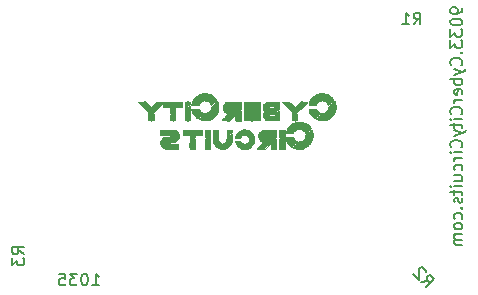
<source format=gbr>
G04 #@! TF.GenerationSoftware,KiCad,Pcbnew,(5.1.5)-3*
G04 #@! TF.CreationDate,2020-05-18T23:05:03-04:00*
G04 #@! TF.ProjectId,Union_Circle,556e696f-6e5f-4436-9972-636c652e6b69,rev?*
G04 #@! TF.SameCoordinates,Original*
G04 #@! TF.FileFunction,Legend,Bot*
G04 #@! TF.FilePolarity,Positive*
%FSLAX46Y46*%
G04 Gerber Fmt 4.6, Leading zero omitted, Abs format (unit mm)*
G04 Created by KiCad (PCBNEW (5.1.5)-3) date 2020-05-18 23:05:03*
%MOMM*%
%LPD*%
G04 APERTURE LIST*
%ADD10C,0.150000*%
%ADD11C,0.010000*%
%ADD12C,1.702000*%
%ADD13C,1.902000*%
%ADD14R,1.902000X1.902000*%
%ADD15C,0.100000*%
G04 APERTURE END LIST*
D10*
X119070380Y-90023809D02*
X119070380Y-90214285D01*
X119022761Y-90309523D01*
X118975142Y-90357142D01*
X118832285Y-90452380D01*
X118641809Y-90500000D01*
X118260857Y-90500000D01*
X118165619Y-90452380D01*
X118118000Y-90404761D01*
X118070380Y-90309523D01*
X118070380Y-90119047D01*
X118118000Y-90023809D01*
X118165619Y-89976190D01*
X118260857Y-89928571D01*
X118498952Y-89928571D01*
X118594190Y-89976190D01*
X118641809Y-90023809D01*
X118689428Y-90119047D01*
X118689428Y-90309523D01*
X118641809Y-90404761D01*
X118594190Y-90452380D01*
X118498952Y-90500000D01*
X118070380Y-91119047D02*
X118070380Y-91214285D01*
X118118000Y-91309523D01*
X118165619Y-91357142D01*
X118260857Y-91404761D01*
X118451333Y-91452380D01*
X118689428Y-91452380D01*
X118879904Y-91404761D01*
X118975142Y-91357142D01*
X119022761Y-91309523D01*
X119070380Y-91214285D01*
X119070380Y-91119047D01*
X119022761Y-91023809D01*
X118975142Y-90976190D01*
X118879904Y-90928571D01*
X118689428Y-90880952D01*
X118451333Y-90880952D01*
X118260857Y-90928571D01*
X118165619Y-90976190D01*
X118118000Y-91023809D01*
X118070380Y-91119047D01*
X118070380Y-91785714D02*
X118070380Y-92404761D01*
X118451333Y-92071428D01*
X118451333Y-92214285D01*
X118498952Y-92309523D01*
X118546571Y-92357142D01*
X118641809Y-92404761D01*
X118879904Y-92404761D01*
X118975142Y-92357142D01*
X119022761Y-92309523D01*
X119070380Y-92214285D01*
X119070380Y-91928571D01*
X119022761Y-91833333D01*
X118975142Y-91785714D01*
X118070380Y-92738095D02*
X118070380Y-93357142D01*
X118451333Y-93023809D01*
X118451333Y-93166666D01*
X118498952Y-93261904D01*
X118546571Y-93309523D01*
X118641809Y-93357142D01*
X118879904Y-93357142D01*
X118975142Y-93309523D01*
X119022761Y-93261904D01*
X119070380Y-93166666D01*
X119070380Y-92880952D01*
X119022761Y-92785714D01*
X118975142Y-92738095D01*
X118975142Y-93785714D02*
X119022761Y-93833333D01*
X119070380Y-93785714D01*
X119022761Y-93738095D01*
X118975142Y-93785714D01*
X119070380Y-93785714D01*
X118975142Y-94833333D02*
X119022761Y-94785714D01*
X119070380Y-94642857D01*
X119070380Y-94547619D01*
X119022761Y-94404761D01*
X118927523Y-94309523D01*
X118832285Y-94261904D01*
X118641809Y-94214285D01*
X118498952Y-94214285D01*
X118308476Y-94261904D01*
X118213238Y-94309523D01*
X118118000Y-94404761D01*
X118070380Y-94547619D01*
X118070380Y-94642857D01*
X118118000Y-94785714D01*
X118165619Y-94833333D01*
X118403714Y-95166666D02*
X119070380Y-95404761D01*
X118403714Y-95642857D02*
X119070380Y-95404761D01*
X119308476Y-95309523D01*
X119356095Y-95261904D01*
X119403714Y-95166666D01*
X119070380Y-96023809D02*
X118070380Y-96023809D01*
X118451333Y-96023809D02*
X118403714Y-96119047D01*
X118403714Y-96309523D01*
X118451333Y-96404761D01*
X118498952Y-96452380D01*
X118594190Y-96500000D01*
X118879904Y-96500000D01*
X118975142Y-96452380D01*
X119022761Y-96404761D01*
X119070380Y-96309523D01*
X119070380Y-96119047D01*
X119022761Y-96023809D01*
X119022761Y-97309523D02*
X119070380Y-97214285D01*
X119070380Y-97023809D01*
X119022761Y-96928571D01*
X118927523Y-96880952D01*
X118546571Y-96880952D01*
X118451333Y-96928571D01*
X118403714Y-97023809D01*
X118403714Y-97214285D01*
X118451333Y-97309523D01*
X118546571Y-97357142D01*
X118641809Y-97357142D01*
X118737047Y-96880952D01*
X119070380Y-97785714D02*
X118403714Y-97785714D01*
X118594190Y-97785714D02*
X118498952Y-97833333D01*
X118451333Y-97880952D01*
X118403714Y-97976190D01*
X118403714Y-98071428D01*
X118975142Y-98976190D02*
X119022761Y-98928571D01*
X119070380Y-98785714D01*
X119070380Y-98690476D01*
X119022761Y-98547619D01*
X118927523Y-98452380D01*
X118832285Y-98404761D01*
X118641809Y-98357142D01*
X118498952Y-98357142D01*
X118308476Y-98404761D01*
X118213238Y-98452380D01*
X118118000Y-98547619D01*
X118070380Y-98690476D01*
X118070380Y-98785714D01*
X118118000Y-98928571D01*
X118165619Y-98976190D01*
X119070380Y-99404761D02*
X118403714Y-99404761D01*
X118070380Y-99404761D02*
X118118000Y-99357142D01*
X118165619Y-99404761D01*
X118118000Y-99452380D01*
X118070380Y-99404761D01*
X118165619Y-99404761D01*
X118403714Y-99738095D02*
X118403714Y-100119047D01*
X118070380Y-99880952D02*
X118927523Y-99880952D01*
X119022761Y-99928571D01*
X119070380Y-100023809D01*
X119070380Y-100119047D01*
X118403714Y-100357142D02*
X119070380Y-100595238D01*
X118403714Y-100833333D02*
X119070380Y-100595238D01*
X119308476Y-100500000D01*
X119356095Y-100452380D01*
X119403714Y-100357142D01*
X118975142Y-101785714D02*
X119022761Y-101738095D01*
X119070380Y-101595238D01*
X119070380Y-101500000D01*
X119022761Y-101357142D01*
X118927523Y-101261904D01*
X118832285Y-101214285D01*
X118641809Y-101166666D01*
X118498952Y-101166666D01*
X118308476Y-101214285D01*
X118213238Y-101261904D01*
X118118000Y-101357142D01*
X118070380Y-101500000D01*
X118070380Y-101595238D01*
X118118000Y-101738095D01*
X118165619Y-101785714D01*
X119070380Y-102214285D02*
X118403714Y-102214285D01*
X118070380Y-102214285D02*
X118118000Y-102166666D01*
X118165619Y-102214285D01*
X118118000Y-102261904D01*
X118070380Y-102214285D01*
X118165619Y-102214285D01*
X119070380Y-102690476D02*
X118403714Y-102690476D01*
X118594190Y-102690476D02*
X118498952Y-102738095D01*
X118451333Y-102785714D01*
X118403714Y-102880952D01*
X118403714Y-102976190D01*
X119022761Y-103738095D02*
X119070380Y-103642857D01*
X119070380Y-103452380D01*
X119022761Y-103357142D01*
X118975142Y-103309523D01*
X118879904Y-103261904D01*
X118594190Y-103261904D01*
X118498952Y-103309523D01*
X118451333Y-103357142D01*
X118403714Y-103452380D01*
X118403714Y-103642857D01*
X118451333Y-103738095D01*
X118403714Y-104595238D02*
X119070380Y-104595238D01*
X118403714Y-104166666D02*
X118927523Y-104166666D01*
X119022761Y-104214285D01*
X119070380Y-104309523D01*
X119070380Y-104452380D01*
X119022761Y-104547619D01*
X118975142Y-104595238D01*
X119070380Y-105071428D02*
X118403714Y-105071428D01*
X118070380Y-105071428D02*
X118118000Y-105023809D01*
X118165619Y-105071428D01*
X118118000Y-105119047D01*
X118070380Y-105071428D01*
X118165619Y-105071428D01*
X118403714Y-105404761D02*
X118403714Y-105785714D01*
X118070380Y-105547619D02*
X118927523Y-105547619D01*
X119022761Y-105595238D01*
X119070380Y-105690476D01*
X119070380Y-105785714D01*
X119022761Y-106071428D02*
X119070380Y-106166666D01*
X119070380Y-106357142D01*
X119022761Y-106452380D01*
X118927523Y-106500000D01*
X118879904Y-106500000D01*
X118784666Y-106452380D01*
X118737047Y-106357142D01*
X118737047Y-106214285D01*
X118689428Y-106119047D01*
X118594190Y-106071428D01*
X118546571Y-106071428D01*
X118451333Y-106119047D01*
X118403714Y-106214285D01*
X118403714Y-106357142D01*
X118451333Y-106452380D01*
X118975142Y-106928571D02*
X119022761Y-106976190D01*
X119070380Y-106928571D01*
X119022761Y-106880952D01*
X118975142Y-106928571D01*
X119070380Y-106928571D01*
X119022761Y-107833333D02*
X119070380Y-107738095D01*
X119070380Y-107547619D01*
X119022761Y-107452380D01*
X118975142Y-107404761D01*
X118879904Y-107357142D01*
X118594190Y-107357142D01*
X118498952Y-107404761D01*
X118451333Y-107452380D01*
X118403714Y-107547619D01*
X118403714Y-107738095D01*
X118451333Y-107833333D01*
X119070380Y-108404761D02*
X119022761Y-108309523D01*
X118975142Y-108261904D01*
X118879904Y-108214285D01*
X118594190Y-108214285D01*
X118498952Y-108261904D01*
X118451333Y-108309523D01*
X118403714Y-108404761D01*
X118403714Y-108547619D01*
X118451333Y-108642857D01*
X118498952Y-108690476D01*
X118594190Y-108738095D01*
X118879904Y-108738095D01*
X118975142Y-108690476D01*
X119022761Y-108642857D01*
X119070380Y-108547619D01*
X119070380Y-108404761D01*
X119070380Y-109166666D02*
X118403714Y-109166666D01*
X118498952Y-109166666D02*
X118451333Y-109214285D01*
X118403714Y-109309523D01*
X118403714Y-109452380D01*
X118451333Y-109547619D01*
X118546571Y-109595238D01*
X119070380Y-109595238D01*
X118546571Y-109595238D02*
X118451333Y-109642857D01*
X118403714Y-109738095D01*
X118403714Y-109880952D01*
X118451333Y-109976190D01*
X118546571Y-110023809D01*
X119070380Y-110023809D01*
X87756857Y-113482380D02*
X88328285Y-113482380D01*
X88042571Y-113482380D02*
X88042571Y-112482380D01*
X88137809Y-112625238D01*
X88233047Y-112720476D01*
X88328285Y-112768095D01*
X87137809Y-112482380D02*
X87042571Y-112482380D01*
X86947333Y-112530000D01*
X86899714Y-112577619D01*
X86852095Y-112672857D01*
X86804476Y-112863333D01*
X86804476Y-113101428D01*
X86852095Y-113291904D01*
X86899714Y-113387142D01*
X86947333Y-113434761D01*
X87042571Y-113482380D01*
X87137809Y-113482380D01*
X87233047Y-113434761D01*
X87280666Y-113387142D01*
X87328285Y-113291904D01*
X87375904Y-113101428D01*
X87375904Y-112863333D01*
X87328285Y-112672857D01*
X87280666Y-112577619D01*
X87233047Y-112530000D01*
X87137809Y-112482380D01*
X86471142Y-112482380D02*
X85852095Y-112482380D01*
X86185428Y-112863333D01*
X86042571Y-112863333D01*
X85947333Y-112910952D01*
X85899714Y-112958571D01*
X85852095Y-113053809D01*
X85852095Y-113291904D01*
X85899714Y-113387142D01*
X85947333Y-113434761D01*
X86042571Y-113482380D01*
X86328285Y-113482380D01*
X86423523Y-113434761D01*
X86471142Y-113387142D01*
X84947333Y-112482380D02*
X85423523Y-112482380D01*
X85471142Y-112958571D01*
X85423523Y-112910952D01*
X85328285Y-112863333D01*
X85090190Y-112863333D01*
X84994952Y-112910952D01*
X84947333Y-112958571D01*
X84899714Y-113053809D01*
X84899714Y-113291904D01*
X84947333Y-113387142D01*
X84994952Y-113434761D01*
X85090190Y-113482380D01*
X85328285Y-113482380D01*
X85423523Y-113434761D01*
X85471142Y-113387142D01*
D11*
G36*
X97140973Y-97208866D02*
G01*
X96996158Y-97237951D01*
X96855737Y-97285041D01*
X96722095Y-97349142D01*
X96597616Y-97429259D01*
X96484687Y-97524400D01*
X96385693Y-97633570D01*
X96372218Y-97651062D01*
X96296729Y-97765019D01*
X96232805Y-97889511D01*
X96183481Y-98018014D01*
X96158276Y-98111333D01*
X96153362Y-98133918D01*
X96150953Y-98151853D01*
X96153120Y-98165674D01*
X96161936Y-98175915D01*
X96179473Y-98183112D01*
X96207801Y-98187800D01*
X96248994Y-98190514D01*
X96305123Y-98191790D01*
X96378260Y-98192162D01*
X96470476Y-98192167D01*
X96770930Y-98192167D01*
X96810660Y-98116560D01*
X96864210Y-98034171D01*
X96931838Y-97961207D01*
X97009700Y-97900751D01*
X97093950Y-97855891D01*
X97163667Y-97833236D01*
X97252109Y-97821716D01*
X97346568Y-97824793D01*
X97439880Y-97841543D01*
X97524884Y-97871043D01*
X97549027Y-97882952D01*
X97601948Y-97918469D01*
X97657355Y-97967670D01*
X97709573Y-98024707D01*
X97752928Y-98083735D01*
X97767101Y-98107661D01*
X97789099Y-98143764D01*
X97809350Y-98169337D01*
X97823984Y-98179858D01*
X97835906Y-98175607D01*
X97857975Y-98159584D01*
X97891058Y-98131012D01*
X97936023Y-98089111D01*
X97993735Y-98033104D01*
X98053989Y-97973299D01*
X98108583Y-97918132D01*
X98157906Y-97867193D01*
X98200045Y-97822546D01*
X98233084Y-97786260D01*
X98255107Y-97760399D01*
X98264201Y-97747031D01*
X98264334Y-97746305D01*
X98257496Y-97728028D01*
X98238880Y-97698120D01*
X98211329Y-97660253D01*
X98177691Y-97618097D01*
X98140809Y-97575325D01*
X98103528Y-97535608D01*
X98092779Y-97524923D01*
X97983327Y-97432265D01*
X97859519Y-97352677D01*
X97724834Y-97287829D01*
X97582753Y-97239391D01*
X97436755Y-97209036D01*
X97434237Y-97208683D01*
X97287794Y-97198779D01*
X97140973Y-97208866D01*
G37*
X97140973Y-97208866D02*
X96996158Y-97237951D01*
X96855737Y-97285041D01*
X96722095Y-97349142D01*
X96597616Y-97429259D01*
X96484687Y-97524400D01*
X96385693Y-97633570D01*
X96372218Y-97651062D01*
X96296729Y-97765019D01*
X96232805Y-97889511D01*
X96183481Y-98018014D01*
X96158276Y-98111333D01*
X96153362Y-98133918D01*
X96150953Y-98151853D01*
X96153120Y-98165674D01*
X96161936Y-98175915D01*
X96179473Y-98183112D01*
X96207801Y-98187800D01*
X96248994Y-98190514D01*
X96305123Y-98191790D01*
X96378260Y-98192162D01*
X96470476Y-98192167D01*
X96770930Y-98192167D01*
X96810660Y-98116560D01*
X96864210Y-98034171D01*
X96931838Y-97961207D01*
X97009700Y-97900751D01*
X97093950Y-97855891D01*
X97163667Y-97833236D01*
X97252109Y-97821716D01*
X97346568Y-97824793D01*
X97439880Y-97841543D01*
X97524884Y-97871043D01*
X97549027Y-97882952D01*
X97601948Y-97918469D01*
X97657355Y-97967670D01*
X97709573Y-98024707D01*
X97752928Y-98083735D01*
X97767101Y-98107661D01*
X97789099Y-98143764D01*
X97809350Y-98169337D01*
X97823984Y-98179858D01*
X97835906Y-98175607D01*
X97857975Y-98159584D01*
X97891058Y-98131012D01*
X97936023Y-98089111D01*
X97993735Y-98033104D01*
X98053989Y-97973299D01*
X98108583Y-97918132D01*
X98157906Y-97867193D01*
X98200045Y-97822546D01*
X98233084Y-97786260D01*
X98255107Y-97760399D01*
X98264201Y-97747031D01*
X98264334Y-97746305D01*
X98257496Y-97728028D01*
X98238880Y-97698120D01*
X98211329Y-97660253D01*
X98177691Y-97618097D01*
X98140809Y-97575325D01*
X98103528Y-97535608D01*
X98092779Y-97524923D01*
X97983327Y-97432265D01*
X97859519Y-97352677D01*
X97724834Y-97287829D01*
X97582753Y-97239391D01*
X97436755Y-97209036D01*
X97434237Y-97208683D01*
X97287794Y-97198779D01*
X97140973Y-97208866D01*
G36*
X107057556Y-97208866D02*
G01*
X106912742Y-97237951D01*
X106772321Y-97285041D01*
X106638678Y-97349142D01*
X106514199Y-97429259D01*
X106401270Y-97524400D01*
X106302276Y-97633570D01*
X106288801Y-97651062D01*
X106213312Y-97765019D01*
X106149389Y-97889511D01*
X106100064Y-98018014D01*
X106074859Y-98111333D01*
X106069946Y-98133918D01*
X106067536Y-98151853D01*
X106069704Y-98165674D01*
X106078520Y-98175915D01*
X106096056Y-98183112D01*
X106124384Y-98187800D01*
X106165577Y-98190514D01*
X106221706Y-98191790D01*
X106294843Y-98192162D01*
X106387060Y-98192167D01*
X106687513Y-98192167D01*
X106727243Y-98116560D01*
X106780793Y-98034171D01*
X106848421Y-97961207D01*
X106926283Y-97900751D01*
X107010534Y-97855891D01*
X107080250Y-97833236D01*
X107168693Y-97821716D01*
X107263151Y-97824793D01*
X107356463Y-97841543D01*
X107441467Y-97871043D01*
X107465610Y-97882952D01*
X107518531Y-97918469D01*
X107573938Y-97967670D01*
X107626156Y-98024707D01*
X107669511Y-98083735D01*
X107683684Y-98107661D01*
X107705683Y-98143764D01*
X107725934Y-98169337D01*
X107740568Y-98179858D01*
X107752489Y-98175607D01*
X107774558Y-98159584D01*
X107807641Y-98131012D01*
X107852606Y-98089111D01*
X107910319Y-98033104D01*
X107970572Y-97973299D01*
X108025166Y-97918132D01*
X108074490Y-97867193D01*
X108116628Y-97822546D01*
X108149667Y-97786260D01*
X108171691Y-97760399D01*
X108180784Y-97747031D01*
X108180917Y-97746305D01*
X108174079Y-97728028D01*
X108155463Y-97698120D01*
X108127913Y-97660253D01*
X108094274Y-97618097D01*
X108057392Y-97575325D01*
X108020112Y-97535608D01*
X108009363Y-97524923D01*
X107899911Y-97432265D01*
X107776102Y-97352677D01*
X107641418Y-97287829D01*
X107499336Y-97239391D01*
X107353338Y-97209036D01*
X107350820Y-97208683D01*
X107204377Y-97198779D01*
X107057556Y-97208866D01*
G37*
X107057556Y-97208866D02*
X106912742Y-97237951D01*
X106772321Y-97285041D01*
X106638678Y-97349142D01*
X106514199Y-97429259D01*
X106401270Y-97524400D01*
X106302276Y-97633570D01*
X106288801Y-97651062D01*
X106213312Y-97765019D01*
X106149389Y-97889511D01*
X106100064Y-98018014D01*
X106074859Y-98111333D01*
X106069946Y-98133918D01*
X106067536Y-98151853D01*
X106069704Y-98165674D01*
X106078520Y-98175915D01*
X106096056Y-98183112D01*
X106124384Y-98187800D01*
X106165577Y-98190514D01*
X106221706Y-98191790D01*
X106294843Y-98192162D01*
X106387060Y-98192167D01*
X106687513Y-98192167D01*
X106727243Y-98116560D01*
X106780793Y-98034171D01*
X106848421Y-97961207D01*
X106926283Y-97900751D01*
X107010534Y-97855891D01*
X107080250Y-97833236D01*
X107168693Y-97821716D01*
X107263151Y-97824793D01*
X107356463Y-97841543D01*
X107441467Y-97871043D01*
X107465610Y-97882952D01*
X107518531Y-97918469D01*
X107573938Y-97967670D01*
X107626156Y-98024707D01*
X107669511Y-98083735D01*
X107683684Y-98107661D01*
X107705683Y-98143764D01*
X107725934Y-98169337D01*
X107740568Y-98179858D01*
X107752489Y-98175607D01*
X107774558Y-98159584D01*
X107807641Y-98131012D01*
X107852606Y-98089111D01*
X107910319Y-98033104D01*
X107970572Y-97973299D01*
X108025166Y-97918132D01*
X108074490Y-97867193D01*
X108116628Y-97822546D01*
X108149667Y-97786260D01*
X108171691Y-97760399D01*
X108180784Y-97747031D01*
X108180917Y-97746305D01*
X108174079Y-97728028D01*
X108155463Y-97698120D01*
X108127913Y-97660253D01*
X108094274Y-97618097D01*
X108057392Y-97575325D01*
X108020112Y-97535608D01*
X108009363Y-97524923D01*
X107899911Y-97432265D01*
X107776102Y-97352677D01*
X107641418Y-97287829D01*
X107499336Y-97239391D01*
X107353338Y-97209036D01*
X107350820Y-97208683D01*
X107204377Y-97198779D01*
X107057556Y-97208866D01*
G36*
X95787080Y-97906051D02*
G01*
X95732324Y-97907846D01*
X95685443Y-97910729D01*
X95650554Y-97914681D01*
X95631777Y-97919685D01*
X95630213Y-97920931D01*
X95626347Y-97933524D01*
X95623468Y-97961555D01*
X95621542Y-98006198D01*
X95620534Y-98068632D01*
X95620409Y-98150032D01*
X95620979Y-98235786D01*
X95621850Y-98323302D01*
X95622753Y-98391965D01*
X95623873Y-98444091D01*
X95625391Y-98481992D01*
X95627491Y-98507983D01*
X95630355Y-98524377D01*
X95634167Y-98533488D01*
X95639110Y-98537631D01*
X95644959Y-98539064D01*
X95656976Y-98535033D01*
X95678099Y-98520124D01*
X95709409Y-98493374D01*
X95751986Y-98453819D01*
X95806909Y-98400495D01*
X95864563Y-98343171D01*
X96063000Y-98144338D01*
X96063000Y-98038077D01*
X96061634Y-97980467D01*
X96057645Y-97940651D01*
X96051196Y-97920167D01*
X96050300Y-97919116D01*
X96034800Y-97914013D01*
X96002460Y-97910103D01*
X95957399Y-97907370D01*
X95903736Y-97905795D01*
X95845590Y-97905362D01*
X95787080Y-97906051D01*
G37*
X95787080Y-97906051D02*
X95732324Y-97907846D01*
X95685443Y-97910729D01*
X95650554Y-97914681D01*
X95631777Y-97919685D01*
X95630213Y-97920931D01*
X95626347Y-97933524D01*
X95623468Y-97961555D01*
X95621542Y-98006198D01*
X95620534Y-98068632D01*
X95620409Y-98150032D01*
X95620979Y-98235786D01*
X95621850Y-98323302D01*
X95622753Y-98391965D01*
X95623873Y-98444091D01*
X95625391Y-98481992D01*
X95627491Y-98507983D01*
X95630355Y-98524377D01*
X95634167Y-98533488D01*
X95639110Y-98537631D01*
X95644959Y-98539064D01*
X95656976Y-98535033D01*
X95678099Y-98520124D01*
X95709409Y-98493374D01*
X95751986Y-98453819D01*
X95806909Y-98400495D01*
X95864563Y-98343171D01*
X96063000Y-98144338D01*
X96063000Y-98038077D01*
X96061634Y-97980467D01*
X96057645Y-97940651D01*
X96051196Y-97920167D01*
X96050300Y-97919116D01*
X96034800Y-97914013D01*
X96002460Y-97910103D01*
X95957399Y-97907370D01*
X95903736Y-97905795D01*
X95845590Y-97905362D01*
X95787080Y-97906051D01*
G36*
X100595080Y-98116718D02*
G01*
X100594468Y-98198775D01*
X100595261Y-98260805D01*
X100597503Y-98303901D01*
X100601240Y-98329159D01*
X100604313Y-98336322D01*
X100610928Y-98340214D01*
X100624920Y-98343379D01*
X100648163Y-98345886D01*
X100682528Y-98347801D01*
X100729889Y-98349193D01*
X100792118Y-98350128D01*
X100871088Y-98350675D01*
X100968670Y-98350901D01*
X101009053Y-98350917D01*
X101401681Y-98350917D01*
X101333500Y-98419708D01*
X101265320Y-98488500D01*
X100934658Y-98488500D01*
X100842211Y-98488554D01*
X100768675Y-98488807D01*
X100711793Y-98489394D01*
X100669307Y-98490450D01*
X100638962Y-98492110D01*
X100618502Y-98494510D01*
X100605669Y-98497784D01*
X100598208Y-98502069D01*
X100593861Y-98507499D01*
X100593040Y-98508971D01*
X100589170Y-98526751D01*
X100585974Y-98562388D01*
X100583629Y-98612577D01*
X100582309Y-98674013D01*
X100582084Y-98714590D01*
X100582369Y-98783663D01*
X100583392Y-98834599D01*
X100585402Y-98870420D01*
X100588647Y-98894150D01*
X100593377Y-98908813D01*
X100598715Y-98916369D01*
X100605023Y-98920596D01*
X100615981Y-98924053D01*
X100633551Y-98926816D01*
X100659695Y-98928958D01*
X100696372Y-98930555D01*
X100745546Y-98931682D01*
X100809176Y-98932413D01*
X100889225Y-98932823D01*
X100987654Y-98932987D01*
X101035021Y-98933000D01*
X101454697Y-98933000D01*
X101695910Y-98691787D01*
X101937123Y-98450573D01*
X101934291Y-98181141D01*
X101931459Y-97911708D01*
X100597959Y-97911708D01*
X100595080Y-98116718D01*
G37*
X100595080Y-98116718D02*
X100594468Y-98198775D01*
X100595261Y-98260805D01*
X100597503Y-98303901D01*
X100601240Y-98329159D01*
X100604313Y-98336322D01*
X100610928Y-98340214D01*
X100624920Y-98343379D01*
X100648163Y-98345886D01*
X100682528Y-98347801D01*
X100729889Y-98349193D01*
X100792118Y-98350128D01*
X100871088Y-98350675D01*
X100968670Y-98350901D01*
X101009053Y-98350917D01*
X101401681Y-98350917D01*
X101333500Y-98419708D01*
X101265320Y-98488500D01*
X100934658Y-98488500D01*
X100842211Y-98488554D01*
X100768675Y-98488807D01*
X100711793Y-98489394D01*
X100669307Y-98490450D01*
X100638962Y-98492110D01*
X100618502Y-98494510D01*
X100605669Y-98497784D01*
X100598208Y-98502069D01*
X100593861Y-98507499D01*
X100593040Y-98508971D01*
X100589170Y-98526751D01*
X100585974Y-98562388D01*
X100583629Y-98612577D01*
X100582309Y-98674013D01*
X100582084Y-98714590D01*
X100582369Y-98783663D01*
X100583392Y-98834599D01*
X100585402Y-98870420D01*
X100588647Y-98894150D01*
X100593377Y-98908813D01*
X100598715Y-98916369D01*
X100605023Y-98920596D01*
X100615981Y-98924053D01*
X100633551Y-98926816D01*
X100659695Y-98928958D01*
X100696372Y-98930555D01*
X100745546Y-98931682D01*
X100809176Y-98932413D01*
X100889225Y-98932823D01*
X100987654Y-98932987D01*
X101035021Y-98933000D01*
X101454697Y-98933000D01*
X101695910Y-98691787D01*
X101937123Y-98450573D01*
X101934291Y-98181141D01*
X101931459Y-97911708D01*
X100597959Y-97911708D01*
X100595080Y-98116718D01*
G36*
X91951256Y-97908885D02*
G01*
X91866078Y-97909798D01*
X91799689Y-97910777D01*
X91749715Y-97912009D01*
X91713778Y-97913682D01*
X91689502Y-97915985D01*
X91674511Y-97919104D01*
X91666428Y-97923228D01*
X91662877Y-97928544D01*
X91662050Y-97931756D01*
X91665661Y-97940893D01*
X91678886Y-97958837D01*
X91702441Y-97986346D01*
X91737040Y-98024174D01*
X91783397Y-98073077D01*
X91842226Y-98133809D01*
X91914242Y-98207127D01*
X92000160Y-98293786D01*
X92082411Y-98376256D01*
X92506628Y-98800708D01*
X92512292Y-99181708D01*
X92538750Y-99184655D01*
X92545517Y-99183347D01*
X92555970Y-99177653D01*
X92571060Y-99166666D01*
X92591735Y-99149483D01*
X92618946Y-99125199D01*
X92653642Y-99092907D01*
X92696772Y-99051705D01*
X92749286Y-99000685D01*
X92812132Y-98938945D01*
X92886262Y-98865577D01*
X92972623Y-98779679D01*
X93072166Y-98680343D01*
X93160521Y-98592001D01*
X93755834Y-97996398D01*
X93755834Y-98153187D01*
X93756558Y-98211618D01*
X93758559Y-98262752D01*
X93761581Y-98302440D01*
X93765367Y-98326532D01*
X93766790Y-98330446D01*
X93771073Y-98336609D01*
X93778170Y-98341395D01*
X93790547Y-98344977D01*
X93810668Y-98347530D01*
X93841001Y-98349225D01*
X93884009Y-98350237D01*
X93942158Y-98350740D01*
X94017914Y-98350905D01*
X94057831Y-98350917D01*
X94337917Y-98350917D01*
X94337917Y-98620036D01*
X94338075Y-98704223D01*
X94338644Y-98769724D01*
X94339768Y-98819018D01*
X94341592Y-98854583D01*
X94344259Y-98878899D01*
X94347915Y-98894444D01*
X94352702Y-98903697D01*
X94354527Y-98905765D01*
X94375001Y-98916485D01*
X94388923Y-98912600D01*
X94401042Y-98902623D01*
X94425767Y-98879709D01*
X94460867Y-98846016D01*
X94504111Y-98803704D01*
X94553271Y-98754933D01*
X94594563Y-98713516D01*
X94782417Y-98524207D01*
X94782417Y-98350917D01*
X95060759Y-98350917D01*
X95153259Y-98350607D01*
X95226138Y-98349634D01*
X95280933Y-98347930D01*
X95319183Y-98345429D01*
X95342424Y-98342063D01*
X95351801Y-98338216D01*
X95356868Y-98322761D01*
X95360759Y-98290463D01*
X95363488Y-98245441D01*
X95365071Y-98191811D01*
X95365526Y-98133692D01*
X95364867Y-98075201D01*
X95363111Y-98020455D01*
X95360274Y-97973573D01*
X95356372Y-97938671D01*
X95351420Y-97919868D01*
X95350164Y-97918277D01*
X95341024Y-97916166D01*
X95318488Y-97914287D01*
X95281825Y-97912633D01*
X95230304Y-97911196D01*
X95163192Y-97909968D01*
X95079757Y-97908940D01*
X94979268Y-97908105D01*
X94860992Y-97907454D01*
X94724197Y-97906981D01*
X94568153Y-97906676D01*
X94392126Y-97906531D01*
X94273103Y-97906519D01*
X93210377Y-97906659D01*
X92967252Y-98149956D01*
X92724128Y-98393253D01*
X92480366Y-98149658D01*
X92236605Y-97906062D01*
X91951256Y-97908885D01*
G37*
X91951256Y-97908885D02*
X91866078Y-97909798D01*
X91799689Y-97910777D01*
X91749715Y-97912009D01*
X91713778Y-97913682D01*
X91689502Y-97915985D01*
X91674511Y-97919104D01*
X91666428Y-97923228D01*
X91662877Y-97928544D01*
X91662050Y-97931756D01*
X91665661Y-97940893D01*
X91678886Y-97958837D01*
X91702441Y-97986346D01*
X91737040Y-98024174D01*
X91783397Y-98073077D01*
X91842226Y-98133809D01*
X91914242Y-98207127D01*
X92000160Y-98293786D01*
X92082411Y-98376256D01*
X92506628Y-98800708D01*
X92512292Y-99181708D01*
X92538750Y-99184655D01*
X92545517Y-99183347D01*
X92555970Y-99177653D01*
X92571060Y-99166666D01*
X92591735Y-99149483D01*
X92618946Y-99125199D01*
X92653642Y-99092907D01*
X92696772Y-99051705D01*
X92749286Y-99000685D01*
X92812132Y-98938945D01*
X92886262Y-98865577D01*
X92972623Y-98779679D01*
X93072166Y-98680343D01*
X93160521Y-98592001D01*
X93755834Y-97996398D01*
X93755834Y-98153187D01*
X93756558Y-98211618D01*
X93758559Y-98262752D01*
X93761581Y-98302440D01*
X93765367Y-98326532D01*
X93766790Y-98330446D01*
X93771073Y-98336609D01*
X93778170Y-98341395D01*
X93790547Y-98344977D01*
X93810668Y-98347530D01*
X93841001Y-98349225D01*
X93884009Y-98350237D01*
X93942158Y-98350740D01*
X94017914Y-98350905D01*
X94057831Y-98350917D01*
X94337917Y-98350917D01*
X94337917Y-98620036D01*
X94338075Y-98704223D01*
X94338644Y-98769724D01*
X94339768Y-98819018D01*
X94341592Y-98854583D01*
X94344259Y-98878899D01*
X94347915Y-98894444D01*
X94352702Y-98903697D01*
X94354527Y-98905765D01*
X94375001Y-98916485D01*
X94388923Y-98912600D01*
X94401042Y-98902623D01*
X94425767Y-98879709D01*
X94460867Y-98846016D01*
X94504111Y-98803704D01*
X94553271Y-98754933D01*
X94594563Y-98713516D01*
X94782417Y-98524207D01*
X94782417Y-98350917D01*
X95060759Y-98350917D01*
X95153259Y-98350607D01*
X95226138Y-98349634D01*
X95280933Y-98347930D01*
X95319183Y-98345429D01*
X95342424Y-98342063D01*
X95351801Y-98338216D01*
X95356868Y-98322761D01*
X95360759Y-98290463D01*
X95363488Y-98245441D01*
X95365071Y-98191811D01*
X95365526Y-98133692D01*
X95364867Y-98075201D01*
X95363111Y-98020455D01*
X95360274Y-97973573D01*
X95356372Y-97938671D01*
X95351420Y-97919868D01*
X95350164Y-97918277D01*
X95341024Y-97916166D01*
X95318488Y-97914287D01*
X95281825Y-97912633D01*
X95230304Y-97911196D01*
X95163192Y-97909968D01*
X95079757Y-97908940D01*
X94979268Y-97908105D01*
X94860992Y-97907454D01*
X94724197Y-97906981D01*
X94568153Y-97906676D01*
X94392126Y-97906531D01*
X94273103Y-97906519D01*
X93210377Y-97906659D01*
X92967252Y-98149956D01*
X92724128Y-98393253D01*
X92480366Y-98149658D01*
X92236605Y-97906062D01*
X91951256Y-97908885D01*
G36*
X105152139Y-98146709D02*
G01*
X104910667Y-98387349D01*
X104669369Y-98146883D01*
X104428071Y-97906416D01*
X104145867Y-97906416D01*
X104061322Y-97906465D01*
X103995475Y-97906736D01*
X103945857Y-97907417D01*
X103909999Y-97908697D01*
X103885431Y-97910765D01*
X103869684Y-97913809D01*
X103860290Y-97918017D01*
X103854780Y-97923577D01*
X103851648Y-97928865D01*
X103849994Y-97934581D01*
X103851319Y-97942152D01*
X103856722Y-97952774D01*
X103867305Y-97967642D01*
X103884169Y-97987950D01*
X103908416Y-98014892D01*
X103941146Y-98049663D01*
X103983461Y-98093458D01*
X104036463Y-98147471D01*
X104101252Y-98212896D01*
X104178929Y-98290928D01*
X104264025Y-98376184D01*
X104688417Y-98801055D01*
X104688417Y-98982688D01*
X104688712Y-99051076D01*
X104689768Y-99101357D01*
X104691841Y-99136585D01*
X104695187Y-99159814D01*
X104700062Y-99174098D01*
X104705048Y-99180952D01*
X104721103Y-99194224D01*
X104728651Y-99197583D01*
X104737029Y-99190277D01*
X104759248Y-99169091D01*
X104794194Y-99135127D01*
X104840753Y-99089485D01*
X104897812Y-99033266D01*
X104964256Y-98967570D01*
X105038972Y-98893497D01*
X105120846Y-98812149D01*
X105208764Y-98724625D01*
X105301613Y-98632027D01*
X105357902Y-98575812D01*
X105477242Y-98456407D01*
X105582082Y-98351148D01*
X105673051Y-98259382D01*
X105750781Y-98180454D01*
X105815901Y-98113709D01*
X105869041Y-98058493D01*
X105910833Y-98014153D01*
X105941907Y-97980032D01*
X105962893Y-97955477D01*
X105974421Y-97939834D01*
X105977237Y-97932875D01*
X105975623Y-97926607D01*
X105971159Y-97921683D01*
X105961493Y-97917911D01*
X105944270Y-97915097D01*
X105917135Y-97913051D01*
X105877735Y-97911579D01*
X105823716Y-97910488D01*
X105752723Y-97909586D01*
X105683952Y-97908889D01*
X105393612Y-97906069D01*
X105152139Y-98146709D01*
G37*
X105152139Y-98146709D02*
X104910667Y-98387349D01*
X104669369Y-98146883D01*
X104428071Y-97906416D01*
X104145867Y-97906416D01*
X104061322Y-97906465D01*
X103995475Y-97906736D01*
X103945857Y-97907417D01*
X103909999Y-97908697D01*
X103885431Y-97910765D01*
X103869684Y-97913809D01*
X103860290Y-97918017D01*
X103854780Y-97923577D01*
X103851648Y-97928865D01*
X103849994Y-97934581D01*
X103851319Y-97942152D01*
X103856722Y-97952774D01*
X103867305Y-97967642D01*
X103884169Y-97987950D01*
X103908416Y-98014892D01*
X103941146Y-98049663D01*
X103983461Y-98093458D01*
X104036463Y-98147471D01*
X104101252Y-98212896D01*
X104178929Y-98290928D01*
X104264025Y-98376184D01*
X104688417Y-98801055D01*
X104688417Y-98982688D01*
X104688712Y-99051076D01*
X104689768Y-99101357D01*
X104691841Y-99136585D01*
X104695187Y-99159814D01*
X104700062Y-99174098D01*
X104705048Y-99180952D01*
X104721103Y-99194224D01*
X104728651Y-99197583D01*
X104737029Y-99190277D01*
X104759248Y-99169091D01*
X104794194Y-99135127D01*
X104840753Y-99089485D01*
X104897812Y-99033266D01*
X104964256Y-98967570D01*
X105038972Y-98893497D01*
X105120846Y-98812149D01*
X105208764Y-98724625D01*
X105301613Y-98632027D01*
X105357902Y-98575812D01*
X105477242Y-98456407D01*
X105582082Y-98351148D01*
X105673051Y-98259382D01*
X105750781Y-98180454D01*
X105815901Y-98113709D01*
X105869041Y-98058493D01*
X105910833Y-98014153D01*
X105941907Y-97980032D01*
X105962893Y-97955477D01*
X105974421Y-97939834D01*
X105977237Y-97932875D01*
X105975623Y-97926607D01*
X105971159Y-97921683D01*
X105961493Y-97917911D01*
X105944270Y-97915097D01*
X105917135Y-97913051D01*
X105877735Y-97911579D01*
X105823716Y-97910488D01*
X105752723Y-97909586D01*
X105683952Y-97908889D01*
X105393612Y-97906069D01*
X105152139Y-98146709D01*
G36*
X96524895Y-98521994D02*
G01*
X96450440Y-98522570D01*
X96364062Y-98523609D01*
X96296496Y-98524816D01*
X96245383Y-98526348D01*
X96208369Y-98528363D01*
X96183097Y-98531018D01*
X96167211Y-98534471D01*
X96158354Y-98538880D01*
X96155255Y-98542327D01*
X96151921Y-98558831D01*
X96155508Y-98588888D01*
X96166400Y-98635041D01*
X96172937Y-98658744D01*
X96223581Y-98802064D01*
X96291554Y-98938721D01*
X96374522Y-99064459D01*
X96437432Y-99140584D01*
X96466623Y-99170447D01*
X96502935Y-99204194D01*
X96542656Y-99238777D01*
X96582070Y-99271152D01*
X96617463Y-99298272D01*
X96645120Y-99317090D01*
X96661328Y-99324562D01*
X96661805Y-99324583D01*
X96671740Y-99317556D01*
X96694930Y-99297693D01*
X96729365Y-99266824D01*
X96773039Y-99226776D01*
X96823940Y-99179379D01*
X96880061Y-99126462D01*
X96893908Y-99113310D01*
X96952803Y-99056667D01*
X97005329Y-99004927D01*
X97049696Y-98959943D01*
X97084114Y-98923568D01*
X97106791Y-98897656D01*
X97115939Y-98884060D01*
X97116042Y-98883366D01*
X97106167Y-98866831D01*
X97077385Y-98844924D01*
X97047522Y-98827410D01*
X96980288Y-98782825D01*
X96915132Y-98725236D01*
X96858231Y-98660804D01*
X96816471Y-98597030D01*
X96790693Y-98554580D01*
X96768190Y-98530234D01*
X96758262Y-98525269D01*
X96741769Y-98523866D01*
X96707149Y-98522811D01*
X96657439Y-98522130D01*
X96595675Y-98521848D01*
X96524895Y-98521994D01*
G37*
X96524895Y-98521994D02*
X96450440Y-98522570D01*
X96364062Y-98523609D01*
X96296496Y-98524816D01*
X96245383Y-98526348D01*
X96208369Y-98528363D01*
X96183097Y-98531018D01*
X96167211Y-98534471D01*
X96158354Y-98538880D01*
X96155255Y-98542327D01*
X96151921Y-98558831D01*
X96155508Y-98588888D01*
X96166400Y-98635041D01*
X96172937Y-98658744D01*
X96223581Y-98802064D01*
X96291554Y-98938721D01*
X96374522Y-99064459D01*
X96437432Y-99140584D01*
X96466623Y-99170447D01*
X96502935Y-99204194D01*
X96542656Y-99238777D01*
X96582070Y-99271152D01*
X96617463Y-99298272D01*
X96645120Y-99317090D01*
X96661328Y-99324562D01*
X96661805Y-99324583D01*
X96671740Y-99317556D01*
X96694930Y-99297693D01*
X96729365Y-99266824D01*
X96773039Y-99226776D01*
X96823940Y-99179379D01*
X96880061Y-99126462D01*
X96893908Y-99113310D01*
X96952803Y-99056667D01*
X97005329Y-99004927D01*
X97049696Y-98959943D01*
X97084114Y-98923568D01*
X97106791Y-98897656D01*
X97115939Y-98884060D01*
X97116042Y-98883366D01*
X97106167Y-98866831D01*
X97077385Y-98844924D01*
X97047522Y-98827410D01*
X96980288Y-98782825D01*
X96915132Y-98725236D01*
X96858231Y-98660804D01*
X96816471Y-98597030D01*
X96790693Y-98554580D01*
X96768190Y-98530234D01*
X96758262Y-98525269D01*
X96741769Y-98523866D01*
X96707149Y-98522811D01*
X96657439Y-98522130D01*
X96595675Y-98521848D01*
X96524895Y-98521994D01*
G36*
X106441478Y-98521994D02*
G01*
X106367023Y-98522570D01*
X106280646Y-98523609D01*
X106213079Y-98524816D01*
X106161967Y-98526348D01*
X106124953Y-98528363D01*
X106099680Y-98531018D01*
X106083794Y-98534471D01*
X106074937Y-98538880D01*
X106071838Y-98542327D01*
X106068504Y-98558831D01*
X106072091Y-98588888D01*
X106082984Y-98635041D01*
X106089520Y-98658744D01*
X106140164Y-98802064D01*
X106208137Y-98938721D01*
X106291105Y-99064459D01*
X106354015Y-99140584D01*
X106383206Y-99170447D01*
X106419519Y-99204194D01*
X106459239Y-99238777D01*
X106498653Y-99271152D01*
X106534046Y-99298272D01*
X106561704Y-99317090D01*
X106577911Y-99324562D01*
X106578389Y-99324583D01*
X106588323Y-99317556D01*
X106611513Y-99297693D01*
X106645949Y-99266824D01*
X106689622Y-99226776D01*
X106740523Y-99179379D01*
X106796644Y-99126462D01*
X106810492Y-99113310D01*
X106869386Y-99056667D01*
X106921912Y-99004927D01*
X106966279Y-98959943D01*
X107000697Y-98923568D01*
X107023375Y-98897656D01*
X107032522Y-98884060D01*
X107032625Y-98883366D01*
X107022750Y-98866831D01*
X106993969Y-98844924D01*
X106964105Y-98827410D01*
X106896872Y-98782825D01*
X106831716Y-98725236D01*
X106774815Y-98660804D01*
X106733054Y-98597030D01*
X106707277Y-98554580D01*
X106684773Y-98530234D01*
X106674846Y-98525269D01*
X106658353Y-98523866D01*
X106623733Y-98522811D01*
X106574022Y-98522130D01*
X106512259Y-98521848D01*
X106441478Y-98521994D01*
G37*
X106441478Y-98521994D02*
X106367023Y-98522570D01*
X106280646Y-98523609D01*
X106213079Y-98524816D01*
X106161967Y-98526348D01*
X106124953Y-98528363D01*
X106099680Y-98531018D01*
X106083794Y-98534471D01*
X106074937Y-98538880D01*
X106071838Y-98542327D01*
X106068504Y-98558831D01*
X106072091Y-98588888D01*
X106082984Y-98635041D01*
X106089520Y-98658744D01*
X106140164Y-98802064D01*
X106208137Y-98938721D01*
X106291105Y-99064459D01*
X106354015Y-99140584D01*
X106383206Y-99170447D01*
X106419519Y-99204194D01*
X106459239Y-99238777D01*
X106498653Y-99271152D01*
X106534046Y-99298272D01*
X106561704Y-99317090D01*
X106577911Y-99324562D01*
X106578389Y-99324583D01*
X106588323Y-99317556D01*
X106611513Y-99297693D01*
X106645949Y-99266824D01*
X106689622Y-99226776D01*
X106740523Y-99179379D01*
X106796644Y-99126462D01*
X106810492Y-99113310D01*
X106869386Y-99056667D01*
X106921912Y-99004927D01*
X106966279Y-98959943D01*
X107000697Y-98923568D01*
X107023375Y-98897656D01*
X107032522Y-98884060D01*
X107032625Y-98883366D01*
X107022750Y-98866831D01*
X106993969Y-98844924D01*
X106964105Y-98827410D01*
X106896872Y-98782825D01*
X106831716Y-98725236D01*
X106774815Y-98660804D01*
X106733054Y-98597030D01*
X106707277Y-98554580D01*
X106684773Y-98530234D01*
X106674846Y-98525269D01*
X106658353Y-98523866D01*
X106623733Y-98522811D01*
X106574022Y-98522130D01*
X106512259Y-98521848D01*
X106441478Y-98521994D01*
G36*
X102963615Y-97906471D02*
G01*
X102867758Y-97906686D01*
X102788946Y-97907137D01*
X102725117Y-97907898D01*
X102674211Y-97909045D01*
X102634166Y-97910653D01*
X102602922Y-97912799D01*
X102578417Y-97915557D01*
X102558590Y-97919003D01*
X102541381Y-97923211D01*
X102530380Y-97926467D01*
X102439878Y-97965451D01*
X102358594Y-98022136D01*
X102289774Y-98093914D01*
X102251469Y-98150501D01*
X102214283Y-98234965D01*
X102194552Y-98326555D01*
X102192132Y-98420962D01*
X102206880Y-98513879D01*
X102238653Y-98600996D01*
X102268153Y-98652157D01*
X102303783Y-98704689D01*
X102264400Y-98765622D01*
X102222888Y-98848092D01*
X102197956Y-98938642D01*
X102189952Y-99032610D01*
X102199224Y-99125331D01*
X102226119Y-99212141D01*
X102230420Y-99221669D01*
X102266033Y-99283135D01*
X102313189Y-99343794D01*
X102366200Y-99397196D01*
X102419378Y-99436894D01*
X102421169Y-99437953D01*
X102468636Y-99461359D01*
X102523745Y-99481869D01*
X102578523Y-99496987D01*
X102624997Y-99504216D01*
X102633664Y-99504500D01*
X102646856Y-99503599D01*
X102660133Y-99499714D01*
X102675654Y-99491068D01*
X102695579Y-99475885D01*
X102722067Y-99452390D01*
X102757278Y-99418807D01*
X102803371Y-99373359D01*
X102851200Y-99325594D01*
X102913449Y-99262564D01*
X102960936Y-99212842D01*
X102994518Y-99175451D01*
X103015053Y-99149415D01*
X103023400Y-99133759D01*
X103023394Y-99129802D01*
X103017639Y-99122650D01*
X103004575Y-99117799D01*
X102980786Y-99114835D01*
X102942856Y-99113345D01*
X102887372Y-99112917D01*
X102883765Y-99112917D01*
X102811465Y-99111531D01*
X102757690Y-99106634D01*
X102719934Y-99097117D01*
X102695693Y-99081869D01*
X102682460Y-99059783D01*
X102677732Y-99029747D01*
X102677584Y-99021612D01*
X102684883Y-98996236D01*
X102702551Y-98970590D01*
X102703561Y-98969560D01*
X102713028Y-98960630D01*
X102723093Y-98954023D01*
X102736882Y-98949392D01*
X102757520Y-98946384D01*
X102788133Y-98944649D01*
X102831847Y-98943837D01*
X102891788Y-98943598D01*
X102935262Y-98943583D01*
X103007698Y-98943808D01*
X103061650Y-98944615D01*
X103099795Y-98946205D01*
X103124813Y-98948779D01*
X103139381Y-98952539D01*
X103146179Y-98957683D01*
X103147078Y-98959458D01*
X103161553Y-98973025D01*
X103172388Y-98975333D01*
X103184994Y-98968024D01*
X103210317Y-98947312D01*
X103246368Y-98915019D01*
X103291160Y-98872964D01*
X103342705Y-98822971D01*
X103389679Y-98776262D01*
X103587750Y-98577191D01*
X103587750Y-98319167D01*
X103143250Y-98319167D01*
X103143250Y-98358408D01*
X103139360Y-98387706D01*
X103124990Y-98414100D01*
X103104061Y-98437783D01*
X103064871Y-98477917D01*
X102895722Y-98477917D01*
X102831928Y-98477749D01*
X102785771Y-98476966D01*
X102753724Y-98475148D01*
X102732259Y-98471877D01*
X102717848Y-98466733D01*
X102706964Y-98459297D01*
X102702078Y-98454905D01*
X102681728Y-98422783D01*
X102679281Y-98385788D01*
X102694825Y-98350476D01*
X102700595Y-98343661D01*
X102709125Y-98335305D01*
X102718822Y-98329104D01*
X102732740Y-98324737D01*
X102753935Y-98321882D01*
X102785460Y-98320220D01*
X102830368Y-98319427D01*
X102891715Y-98319183D01*
X102933429Y-98319167D01*
X103143250Y-98319167D01*
X103587750Y-98319167D01*
X103587750Y-98254504D01*
X103587499Y-98155016D01*
X103586707Y-98075188D01*
X103585317Y-98013518D01*
X103583272Y-97968506D01*
X103580516Y-97938648D01*
X103576992Y-97922445D01*
X103575050Y-97919116D01*
X103566211Y-97915915D01*
X103545764Y-97913243D01*
X103512381Y-97911066D01*
X103464737Y-97909351D01*
X103401504Y-97908063D01*
X103321355Y-97907168D01*
X103222964Y-97906632D01*
X103105004Y-97906422D01*
X103078577Y-97906416D01*
X102963615Y-97906471D01*
G37*
X102963615Y-97906471D02*
X102867758Y-97906686D01*
X102788946Y-97907137D01*
X102725117Y-97907898D01*
X102674211Y-97909045D01*
X102634166Y-97910653D01*
X102602922Y-97912799D01*
X102578417Y-97915557D01*
X102558590Y-97919003D01*
X102541381Y-97923211D01*
X102530380Y-97926467D01*
X102439878Y-97965451D01*
X102358594Y-98022136D01*
X102289774Y-98093914D01*
X102251469Y-98150501D01*
X102214283Y-98234965D01*
X102194552Y-98326555D01*
X102192132Y-98420962D01*
X102206880Y-98513879D01*
X102238653Y-98600996D01*
X102268153Y-98652157D01*
X102303783Y-98704689D01*
X102264400Y-98765622D01*
X102222888Y-98848092D01*
X102197956Y-98938642D01*
X102189952Y-99032610D01*
X102199224Y-99125331D01*
X102226119Y-99212141D01*
X102230420Y-99221669D01*
X102266033Y-99283135D01*
X102313189Y-99343794D01*
X102366200Y-99397196D01*
X102419378Y-99436894D01*
X102421169Y-99437953D01*
X102468636Y-99461359D01*
X102523745Y-99481869D01*
X102578523Y-99496987D01*
X102624997Y-99504216D01*
X102633664Y-99504500D01*
X102646856Y-99503599D01*
X102660133Y-99499714D01*
X102675654Y-99491068D01*
X102695579Y-99475885D01*
X102722067Y-99452390D01*
X102757278Y-99418807D01*
X102803371Y-99373359D01*
X102851200Y-99325594D01*
X102913449Y-99262564D01*
X102960936Y-99212842D01*
X102994518Y-99175451D01*
X103015053Y-99149415D01*
X103023400Y-99133759D01*
X103023394Y-99129802D01*
X103017639Y-99122650D01*
X103004575Y-99117799D01*
X102980786Y-99114835D01*
X102942856Y-99113345D01*
X102887372Y-99112917D01*
X102883765Y-99112917D01*
X102811465Y-99111531D01*
X102757690Y-99106634D01*
X102719934Y-99097117D01*
X102695693Y-99081869D01*
X102682460Y-99059783D01*
X102677732Y-99029747D01*
X102677584Y-99021612D01*
X102684883Y-98996236D01*
X102702551Y-98970590D01*
X102703561Y-98969560D01*
X102713028Y-98960630D01*
X102723093Y-98954023D01*
X102736882Y-98949392D01*
X102757520Y-98946384D01*
X102788133Y-98944649D01*
X102831847Y-98943837D01*
X102891788Y-98943598D01*
X102935262Y-98943583D01*
X103007698Y-98943808D01*
X103061650Y-98944615D01*
X103099795Y-98946205D01*
X103124813Y-98948779D01*
X103139381Y-98952539D01*
X103146179Y-98957683D01*
X103147078Y-98959458D01*
X103161553Y-98973025D01*
X103172388Y-98975333D01*
X103184994Y-98968024D01*
X103210317Y-98947312D01*
X103246368Y-98915019D01*
X103291160Y-98872964D01*
X103342705Y-98822971D01*
X103389679Y-98776262D01*
X103587750Y-98577191D01*
X103587750Y-98319167D01*
X103143250Y-98319167D01*
X103143250Y-98358408D01*
X103139360Y-98387706D01*
X103124990Y-98414100D01*
X103104061Y-98437783D01*
X103064871Y-98477917D01*
X102895722Y-98477917D01*
X102831928Y-98477749D01*
X102785771Y-98476966D01*
X102753724Y-98475148D01*
X102732259Y-98471877D01*
X102717848Y-98466733D01*
X102706964Y-98459297D01*
X102702078Y-98454905D01*
X102681728Y-98422783D01*
X102679281Y-98385788D01*
X102694825Y-98350476D01*
X102700595Y-98343661D01*
X102709125Y-98335305D01*
X102718822Y-98329104D01*
X102732740Y-98324737D01*
X102753935Y-98321882D01*
X102785460Y-98320220D01*
X102830368Y-98319427D01*
X102891715Y-98319183D01*
X102933429Y-98319167D01*
X103143250Y-98319167D01*
X103587750Y-98319167D01*
X103587750Y-98254504D01*
X103587499Y-98155016D01*
X103586707Y-98075188D01*
X103585317Y-98013518D01*
X103583272Y-97968506D01*
X103580516Y-97938648D01*
X103576992Y-97922445D01*
X103575050Y-97919116D01*
X103566211Y-97915915D01*
X103545764Y-97913243D01*
X103512381Y-97911066D01*
X103464737Y-97909351D01*
X103401504Y-97908063D01*
X103321355Y-97907168D01*
X103222964Y-97906632D01*
X103105004Y-97906422D01*
X103078577Y-97906416D01*
X102963615Y-97906471D01*
G36*
X92909752Y-98930764D02*
G01*
X92894029Y-98941134D01*
X92871536Y-98959773D01*
X92840566Y-98988160D01*
X92799413Y-99027769D01*
X92746368Y-99080079D01*
X92702821Y-99123471D01*
X92496417Y-99329671D01*
X92496417Y-99405746D01*
X92496591Y-99441403D01*
X92498849Y-99468325D01*
X92505797Y-99487737D01*
X92520041Y-99500867D01*
X92544187Y-99508940D01*
X92580840Y-99513184D01*
X92632606Y-99514825D01*
X92702092Y-99515089D01*
X92728711Y-99515083D01*
X92802252Y-99514751D01*
X92857171Y-99513637D01*
X92896003Y-99511568D01*
X92921284Y-99508368D01*
X92935549Y-99503864D01*
X92939803Y-99500551D01*
X92943858Y-99487479D01*
X92946815Y-99458603D01*
X92948712Y-99412742D01*
X92949586Y-99348717D01*
X92949476Y-99265346D01*
X92949036Y-99213302D01*
X92948056Y-99129634D01*
X92946936Y-99064654D01*
X92945491Y-99015884D01*
X92943535Y-98980844D01*
X92940883Y-98957057D01*
X92937348Y-98942044D01*
X92932745Y-98933326D01*
X92927717Y-98928928D01*
X92920412Y-98927188D01*
X92909752Y-98930764D01*
G37*
X92909752Y-98930764D02*
X92894029Y-98941134D01*
X92871536Y-98959773D01*
X92840566Y-98988160D01*
X92799413Y-99027769D01*
X92746368Y-99080079D01*
X92702821Y-99123471D01*
X92496417Y-99329671D01*
X92496417Y-99405746D01*
X92496591Y-99441403D01*
X92498849Y-99468325D01*
X92505797Y-99487737D01*
X92520041Y-99500867D01*
X92544187Y-99508940D01*
X92580840Y-99513184D01*
X92632606Y-99514825D01*
X92702092Y-99515089D01*
X92728711Y-99515083D01*
X92802252Y-99514751D01*
X92857171Y-99513637D01*
X92896003Y-99511568D01*
X92921284Y-99508368D01*
X92935549Y-99503864D01*
X92939803Y-99500551D01*
X92943858Y-99487479D01*
X92946815Y-99458603D01*
X92948712Y-99412742D01*
X92949586Y-99348717D01*
X92949476Y-99265346D01*
X92949036Y-99213302D01*
X92948056Y-99129634D01*
X92946936Y-99064654D01*
X92945491Y-99015884D01*
X92943535Y-98980844D01*
X92940883Y-98957057D01*
X92937348Y-98942044D01*
X92932745Y-98933326D01*
X92927717Y-98928928D01*
X92920412Y-98927188D01*
X92909752Y-98930764D01*
G36*
X94736602Y-98654462D02*
G01*
X94713280Y-98674788D01*
X94679286Y-98706260D01*
X94636709Y-98746910D01*
X94587638Y-98794772D01*
X94536250Y-98845789D01*
X94337917Y-99044328D01*
X94337917Y-99267006D01*
X94338348Y-99350173D01*
X94339697Y-99413711D01*
X94342044Y-99459139D01*
X94345473Y-99487979D01*
X94350065Y-99501750D01*
X94350617Y-99502383D01*
X94363730Y-99507404D01*
X94392605Y-99511093D01*
X94438691Y-99513537D01*
X94503441Y-99514824D01*
X94561528Y-99515083D01*
X94633108Y-99514828D01*
X94686442Y-99513913D01*
X94724448Y-99512111D01*
X94750043Y-99509197D01*
X94766143Y-99504946D01*
X94775665Y-99499131D01*
X94776370Y-99498452D01*
X94780688Y-99492014D01*
X94784202Y-99480856D01*
X94786992Y-99462967D01*
X94789137Y-99436338D01*
X94790718Y-99398960D01*
X94791814Y-99348823D01*
X94792506Y-99283917D01*
X94792874Y-99202232D01*
X94792998Y-99101758D01*
X94793000Y-99081166D01*
X94792913Y-98977035D01*
X94792595Y-98892060D01*
X94791968Y-98824231D01*
X94790952Y-98771540D01*
X94789466Y-98731976D01*
X94787431Y-98703529D01*
X94784765Y-98684190D01*
X94781390Y-98671950D01*
X94777224Y-98664798D01*
X94776370Y-98663881D01*
X94757736Y-98650440D01*
X94747161Y-98647250D01*
X94736602Y-98654462D01*
G37*
X94736602Y-98654462D02*
X94713280Y-98674788D01*
X94679286Y-98706260D01*
X94636709Y-98746910D01*
X94587638Y-98794772D01*
X94536250Y-98845789D01*
X94337917Y-99044328D01*
X94337917Y-99267006D01*
X94338348Y-99350173D01*
X94339697Y-99413711D01*
X94342044Y-99459139D01*
X94345473Y-99487979D01*
X94350065Y-99501750D01*
X94350617Y-99502383D01*
X94363730Y-99507404D01*
X94392605Y-99511093D01*
X94438691Y-99513537D01*
X94503441Y-99514824D01*
X94561528Y-99515083D01*
X94633108Y-99514828D01*
X94686442Y-99513913D01*
X94724448Y-99512111D01*
X94750043Y-99509197D01*
X94766143Y-99504946D01*
X94775665Y-99499131D01*
X94776370Y-99498452D01*
X94780688Y-99492014D01*
X94784202Y-99480856D01*
X94786992Y-99462967D01*
X94789137Y-99436338D01*
X94790718Y-99398960D01*
X94791814Y-99348823D01*
X94792506Y-99283917D01*
X94792874Y-99202232D01*
X94792998Y-99101758D01*
X94793000Y-99081166D01*
X94792913Y-98977035D01*
X94792595Y-98892060D01*
X94791968Y-98824231D01*
X94790952Y-98771540D01*
X94789466Y-98731976D01*
X94787431Y-98703529D01*
X94784765Y-98684190D01*
X94781390Y-98671950D01*
X94777224Y-98664798D01*
X94776370Y-98663881D01*
X94757736Y-98650440D01*
X94747161Y-98647250D01*
X94736602Y-98654462D01*
G36*
X96021231Y-98274265D02*
G01*
X96005810Y-98284346D01*
X95983755Y-98302604D01*
X95953355Y-98330523D01*
X95912900Y-98369590D01*
X95860677Y-98421290D01*
X95814121Y-98467879D01*
X95607917Y-98674799D01*
X95607917Y-99078310D01*
X95608004Y-99182838D01*
X95608318Y-99268202D01*
X95608939Y-99336404D01*
X95609945Y-99389447D01*
X95611416Y-99429333D01*
X95613431Y-99458063D01*
X95616069Y-99477641D01*
X95619410Y-99490068D01*
X95623532Y-99497347D01*
X95624548Y-99498452D01*
X95641060Y-99504601D01*
X95674336Y-99509518D01*
X95720256Y-99513182D01*
X95774701Y-99515571D01*
X95833551Y-99516665D01*
X95892688Y-99516442D01*
X95947992Y-99514880D01*
X95995345Y-99511958D01*
X96030626Y-99507656D01*
X96049717Y-99501950D01*
X96051209Y-99500664D01*
X96053966Y-99490524D01*
X96056248Y-99466682D01*
X96058072Y-99428165D01*
X96059452Y-99373999D01*
X96060402Y-99303212D01*
X96060937Y-99214831D01*
X96061071Y-99107884D01*
X96060819Y-98981396D01*
X96060443Y-98885336D01*
X96059826Y-98757069D01*
X96059198Y-98648325D01*
X96058501Y-98557461D01*
X96057677Y-98482834D01*
X96056671Y-98422799D01*
X96055423Y-98375714D01*
X96053876Y-98339935D01*
X96051973Y-98313818D01*
X96049657Y-98295721D01*
X96046870Y-98283999D01*
X96043554Y-98277010D01*
X96039652Y-98273111D01*
X96039017Y-98272693D01*
X96031730Y-98270876D01*
X96021231Y-98274265D01*
G37*
X96021231Y-98274265D02*
X96005810Y-98284346D01*
X95983755Y-98302604D01*
X95953355Y-98330523D01*
X95912900Y-98369590D01*
X95860677Y-98421290D01*
X95814121Y-98467879D01*
X95607917Y-98674799D01*
X95607917Y-99078310D01*
X95608004Y-99182838D01*
X95608318Y-99268202D01*
X95608939Y-99336404D01*
X95609945Y-99389447D01*
X95611416Y-99429333D01*
X95613431Y-99458063D01*
X95616069Y-99477641D01*
X95619410Y-99490068D01*
X95623532Y-99497347D01*
X95624548Y-99498452D01*
X95641060Y-99504601D01*
X95674336Y-99509518D01*
X95720256Y-99513182D01*
X95774701Y-99515571D01*
X95833551Y-99516665D01*
X95892688Y-99516442D01*
X95947992Y-99514880D01*
X95995345Y-99511958D01*
X96030626Y-99507656D01*
X96049717Y-99501950D01*
X96051209Y-99500664D01*
X96053966Y-99490524D01*
X96056248Y-99466682D01*
X96058072Y-99428165D01*
X96059452Y-99373999D01*
X96060402Y-99303212D01*
X96060937Y-99214831D01*
X96061071Y-99107884D01*
X96060819Y-98981396D01*
X96060443Y-98885336D01*
X96059826Y-98757069D01*
X96059198Y-98648325D01*
X96058501Y-98557461D01*
X96057677Y-98482834D01*
X96056671Y-98422799D01*
X96055423Y-98375714D01*
X96053876Y-98339935D01*
X96051973Y-98313818D01*
X96049657Y-98295721D01*
X96046870Y-98283999D01*
X96043554Y-98277010D01*
X96039652Y-98273111D01*
X96039017Y-98272693D01*
X96031730Y-98270876D01*
X96021231Y-98274265D01*
G36*
X98326445Y-97884053D02*
G01*
X98304608Y-97895085D01*
X98275560Y-97917212D01*
X98237659Y-97951210D01*
X98189266Y-97997852D01*
X98128739Y-98057915D01*
X98069440Y-98117186D01*
X97824436Y-98362023D01*
X97812649Y-98436881D01*
X97790245Y-98523123D01*
X97752049Y-98608569D01*
X97701829Y-98685772D01*
X97666145Y-98726395D01*
X97597171Y-98782744D01*
X97515829Y-98828544D01*
X97428183Y-98861229D01*
X97340299Y-98878232D01*
X97303002Y-98880083D01*
X97291454Y-98880982D01*
X97279266Y-98884711D01*
X97264623Y-98892824D01*
X97245711Y-98906871D01*
X97220714Y-98928404D01*
X97187819Y-98958974D01*
X97145211Y-99000134D01*
X97091076Y-99053434D01*
X97033811Y-99110271D01*
X96975913Y-99168094D01*
X96922676Y-99221746D01*
X96876023Y-99269250D01*
X96837878Y-99308629D01*
X96810165Y-99337908D01*
X96794807Y-99355109D01*
X96792528Y-99358212D01*
X96786800Y-99381598D01*
X96798701Y-99402126D01*
X96829717Y-99421809D01*
X96844279Y-99428412D01*
X96943138Y-99463060D01*
X97054969Y-99489550D01*
X97172844Y-99506929D01*
X97289831Y-99514244D01*
X97399003Y-99510544D01*
X97422959Y-99507950D01*
X97544458Y-99485005D01*
X97670337Y-99447041D01*
X97793189Y-99396623D01*
X97887566Y-99347144D01*
X97944761Y-99308703D01*
X98009083Y-99257420D01*
X98075650Y-99197888D01*
X98139584Y-99134696D01*
X98196002Y-99072435D01*
X98240025Y-99015696D01*
X98240197Y-99015447D01*
X98317567Y-98888969D01*
X98375636Y-98760817D01*
X98415417Y-98627681D01*
X98437925Y-98486253D01*
X98444250Y-98349301D01*
X98441179Y-98247390D01*
X98430992Y-98155396D01*
X98412229Y-98063945D01*
X98384870Y-97968209D01*
X98374484Y-97935385D01*
X98365089Y-97909783D01*
X98355045Y-97892177D01*
X98342710Y-97883342D01*
X98326445Y-97884053D01*
G37*
X98326445Y-97884053D02*
X98304608Y-97895085D01*
X98275560Y-97917212D01*
X98237659Y-97951210D01*
X98189266Y-97997852D01*
X98128739Y-98057915D01*
X98069440Y-98117186D01*
X97824436Y-98362023D01*
X97812649Y-98436881D01*
X97790245Y-98523123D01*
X97752049Y-98608569D01*
X97701829Y-98685772D01*
X97666145Y-98726395D01*
X97597171Y-98782744D01*
X97515829Y-98828544D01*
X97428183Y-98861229D01*
X97340299Y-98878232D01*
X97303002Y-98880083D01*
X97291454Y-98880982D01*
X97279266Y-98884711D01*
X97264623Y-98892824D01*
X97245711Y-98906871D01*
X97220714Y-98928404D01*
X97187819Y-98958974D01*
X97145211Y-99000134D01*
X97091076Y-99053434D01*
X97033811Y-99110271D01*
X96975913Y-99168094D01*
X96922676Y-99221746D01*
X96876023Y-99269250D01*
X96837878Y-99308629D01*
X96810165Y-99337908D01*
X96794807Y-99355109D01*
X96792528Y-99358212D01*
X96786800Y-99381598D01*
X96798701Y-99402126D01*
X96829717Y-99421809D01*
X96844279Y-99428412D01*
X96943138Y-99463060D01*
X97054969Y-99489550D01*
X97172844Y-99506929D01*
X97289831Y-99514244D01*
X97399003Y-99510544D01*
X97422959Y-99507950D01*
X97544458Y-99485005D01*
X97670337Y-99447041D01*
X97793189Y-99396623D01*
X97887566Y-99347144D01*
X97944761Y-99308703D01*
X98009083Y-99257420D01*
X98075650Y-99197888D01*
X98139584Y-99134696D01*
X98196002Y-99072435D01*
X98240025Y-99015696D01*
X98240197Y-99015447D01*
X98317567Y-98888969D01*
X98375636Y-98760817D01*
X98415417Y-98627681D01*
X98437925Y-98486253D01*
X98444250Y-98349301D01*
X98441179Y-98247390D01*
X98430992Y-98155396D01*
X98412229Y-98063945D01*
X98384870Y-97968209D01*
X98374484Y-97935385D01*
X98365089Y-97909783D01*
X98355045Y-97892177D01*
X98342710Y-97883342D01*
X98326445Y-97884053D01*
G36*
X100005338Y-97907404D02*
G01*
X99910117Y-97907819D01*
X99796222Y-97908445D01*
X99742913Y-97908755D01*
X99620504Y-97909491D01*
X99517347Y-97910207D01*
X99431530Y-97910985D01*
X99361138Y-97911910D01*
X99304257Y-97913063D01*
X99258975Y-97914529D01*
X99223377Y-97916389D01*
X99195550Y-97918726D01*
X99173580Y-97921625D01*
X99155553Y-97925167D01*
X99139555Y-97929436D01*
X99123674Y-97934515D01*
X99119949Y-97935768D01*
X99031052Y-97976394D01*
X98954341Y-98032825D01*
X98891090Y-98102729D01*
X98842575Y-98183775D01*
X98810069Y-98273631D01*
X98794848Y-98369965D01*
X98798186Y-98470444D01*
X98805110Y-98511791D01*
X98828239Y-98588184D01*
X98864456Y-98665450D01*
X98909522Y-98735588D01*
X98946507Y-98778630D01*
X98992440Y-98817794D01*
X99048180Y-98855158D01*
X99107186Y-98887071D01*
X99162915Y-98909881D01*
X99197390Y-98918628D01*
X99223172Y-98923635D01*
X99237166Y-98928074D01*
X99238000Y-98928987D01*
X99230740Y-98937045D01*
X99210076Y-98958272D01*
X99177690Y-98990985D01*
X99135260Y-99033501D01*
X99084466Y-99084136D01*
X99026987Y-99141209D01*
X98965480Y-99202071D01*
X98893457Y-99273393D01*
X98835306Y-99331463D01*
X98789695Y-99377753D01*
X98755291Y-99413738D01*
X98730763Y-99440890D01*
X98714777Y-99460683D01*
X98706002Y-99474591D01*
X98703106Y-99484088D01*
X98704690Y-99490541D01*
X98709388Y-99496103D01*
X98717491Y-99500525D01*
X98731328Y-99503967D01*
X98753224Y-99506587D01*
X98785506Y-99508545D01*
X98830500Y-99510000D01*
X98890532Y-99511111D01*
X98967928Y-99512037D01*
X99027085Y-99512601D01*
X99337748Y-99515410D01*
X99835562Y-99017942D01*
X100333375Y-98520475D01*
X100334886Y-98382667D01*
X99803413Y-98382667D01*
X99751525Y-98435347D01*
X99699636Y-98488028D01*
X99513797Y-98491170D01*
X99452320Y-98492317D01*
X99397571Y-98493540D01*
X99353327Y-98494740D01*
X99323363Y-98495815D01*
X99312084Y-98496536D01*
X99290285Y-98493807D01*
X99284564Y-98490984D01*
X99265626Y-98468689D01*
X99252221Y-98435696D01*
X99248584Y-98409821D01*
X99248584Y-98382667D01*
X99803413Y-98382667D01*
X100334886Y-98382667D01*
X100336505Y-98235096D01*
X100337383Y-98149921D01*
X100337824Y-98083371D01*
X100337669Y-98032905D01*
X100336764Y-97995981D01*
X100334950Y-97970059D01*
X100332071Y-97952598D01*
X100327971Y-97941058D01*
X100322493Y-97932898D01*
X100317542Y-97927625D01*
X100312292Y-97922742D01*
X100305963Y-97918649D01*
X100296796Y-97915288D01*
X100283030Y-97912602D01*
X100262906Y-97910531D01*
X100234666Y-97909020D01*
X100196548Y-97908009D01*
X100146794Y-97907441D01*
X100083644Y-97907259D01*
X100005338Y-97907404D01*
G37*
X100005338Y-97907404D02*
X99910117Y-97907819D01*
X99796222Y-97908445D01*
X99742913Y-97908755D01*
X99620504Y-97909491D01*
X99517347Y-97910207D01*
X99431530Y-97910985D01*
X99361138Y-97911910D01*
X99304257Y-97913063D01*
X99258975Y-97914529D01*
X99223377Y-97916389D01*
X99195550Y-97918726D01*
X99173580Y-97921625D01*
X99155553Y-97925167D01*
X99139555Y-97929436D01*
X99123674Y-97934515D01*
X99119949Y-97935768D01*
X99031052Y-97976394D01*
X98954341Y-98032825D01*
X98891090Y-98102729D01*
X98842575Y-98183775D01*
X98810069Y-98273631D01*
X98794848Y-98369965D01*
X98798186Y-98470444D01*
X98805110Y-98511791D01*
X98828239Y-98588184D01*
X98864456Y-98665450D01*
X98909522Y-98735588D01*
X98946507Y-98778630D01*
X98992440Y-98817794D01*
X99048180Y-98855158D01*
X99107186Y-98887071D01*
X99162915Y-98909881D01*
X99197390Y-98918628D01*
X99223172Y-98923635D01*
X99237166Y-98928074D01*
X99238000Y-98928987D01*
X99230740Y-98937045D01*
X99210076Y-98958272D01*
X99177690Y-98990985D01*
X99135260Y-99033501D01*
X99084466Y-99084136D01*
X99026987Y-99141209D01*
X98965480Y-99202071D01*
X98893457Y-99273393D01*
X98835306Y-99331463D01*
X98789695Y-99377753D01*
X98755291Y-99413738D01*
X98730763Y-99440890D01*
X98714777Y-99460683D01*
X98706002Y-99474591D01*
X98703106Y-99484088D01*
X98704690Y-99490541D01*
X98709388Y-99496103D01*
X98717491Y-99500525D01*
X98731328Y-99503967D01*
X98753224Y-99506587D01*
X98785506Y-99508545D01*
X98830500Y-99510000D01*
X98890532Y-99511111D01*
X98967928Y-99512037D01*
X99027085Y-99512601D01*
X99337748Y-99515410D01*
X99835562Y-99017942D01*
X100333375Y-98520475D01*
X100334886Y-98382667D01*
X99803413Y-98382667D01*
X99751525Y-98435347D01*
X99699636Y-98488028D01*
X99513797Y-98491170D01*
X99452320Y-98492317D01*
X99397571Y-98493540D01*
X99353327Y-98494740D01*
X99323363Y-98495815D01*
X99312084Y-98496536D01*
X99290285Y-98493807D01*
X99284564Y-98490984D01*
X99265626Y-98468689D01*
X99252221Y-98435696D01*
X99248584Y-98409821D01*
X99248584Y-98382667D01*
X99803413Y-98382667D01*
X100334886Y-98382667D01*
X100336505Y-98235096D01*
X100337383Y-98149921D01*
X100337824Y-98083371D01*
X100337669Y-98032905D01*
X100336764Y-97995981D01*
X100334950Y-97970059D01*
X100332071Y-97952598D01*
X100327971Y-97941058D01*
X100322493Y-97932898D01*
X100317542Y-97927625D01*
X100312292Y-97922742D01*
X100305963Y-97918649D01*
X100296796Y-97915288D01*
X100283030Y-97912602D01*
X100262906Y-97910531D01*
X100234666Y-97909020D01*
X100196548Y-97908009D01*
X100146794Y-97907441D01*
X100083644Y-97907259D01*
X100005338Y-97907404D01*
G36*
X101894582Y-98576696D02*
G01*
X101880456Y-98583759D01*
X101860857Y-98598125D01*
X101834018Y-98621336D01*
X101798173Y-98654935D01*
X101751555Y-98700465D01*
X101692397Y-98759469D01*
X101680105Y-98771817D01*
X101620551Y-98831786D01*
X101574286Y-98878846D01*
X101539633Y-98915056D01*
X101514914Y-98942476D01*
X101498454Y-98963166D01*
X101488577Y-98979187D01*
X101483605Y-98992598D01*
X101481863Y-99005459D01*
X101481667Y-99015654D01*
X101481667Y-99060000D01*
X101044576Y-99060000D01*
X100928648Y-99060168D01*
X100832508Y-99060699D01*
X100754781Y-99061631D01*
X100694091Y-99063003D01*
X100649062Y-99064855D01*
X100618318Y-99067224D01*
X100600483Y-99070150D01*
X100594784Y-99072700D01*
X100589763Y-99085813D01*
X100586074Y-99114688D01*
X100583630Y-99160774D01*
X100582343Y-99225523D01*
X100582084Y-99283611D01*
X100582339Y-99355190D01*
X100583254Y-99408525D01*
X100585056Y-99446531D01*
X100587970Y-99472125D01*
X100592221Y-99488225D01*
X100598036Y-99497747D01*
X100598715Y-99498452D01*
X100603964Y-99501902D01*
X100613321Y-99504847D01*
X100628349Y-99507325D01*
X100650610Y-99509376D01*
X100681669Y-99511038D01*
X100723088Y-99512351D01*
X100776429Y-99513354D01*
X100843257Y-99514086D01*
X100925133Y-99514586D01*
X101023620Y-99514892D01*
X101140283Y-99515045D01*
X101264169Y-99515083D01*
X101401052Y-99515014D01*
X101518220Y-99514786D01*
X101617127Y-99514367D01*
X101699224Y-99513726D01*
X101765963Y-99512830D01*
X101818797Y-99511648D01*
X101859177Y-99510148D01*
X101888557Y-99508299D01*
X101908387Y-99506068D01*
X101920120Y-99503424D01*
X101924986Y-99500631D01*
X101928144Y-99489664D01*
X101930668Y-99464438D01*
X101932579Y-99423880D01*
X101933898Y-99366915D01*
X101934647Y-99292471D01*
X101934846Y-99199473D01*
X101934517Y-99086848D01*
X101934219Y-99032319D01*
X101931459Y-98578458D01*
X101905000Y-98575391D01*
X101894582Y-98576696D01*
G37*
X101894582Y-98576696D02*
X101880456Y-98583759D01*
X101860857Y-98598125D01*
X101834018Y-98621336D01*
X101798173Y-98654935D01*
X101751555Y-98700465D01*
X101692397Y-98759469D01*
X101680105Y-98771817D01*
X101620551Y-98831786D01*
X101574286Y-98878846D01*
X101539633Y-98915056D01*
X101514914Y-98942476D01*
X101498454Y-98963166D01*
X101488577Y-98979187D01*
X101483605Y-98992598D01*
X101481863Y-99005459D01*
X101481667Y-99015654D01*
X101481667Y-99060000D01*
X101044576Y-99060000D01*
X100928648Y-99060168D01*
X100832508Y-99060699D01*
X100754781Y-99061631D01*
X100694091Y-99063003D01*
X100649062Y-99064855D01*
X100618318Y-99067224D01*
X100600483Y-99070150D01*
X100594784Y-99072700D01*
X100589763Y-99085813D01*
X100586074Y-99114688D01*
X100583630Y-99160774D01*
X100582343Y-99225523D01*
X100582084Y-99283611D01*
X100582339Y-99355190D01*
X100583254Y-99408525D01*
X100585056Y-99446531D01*
X100587970Y-99472125D01*
X100592221Y-99488225D01*
X100598036Y-99497747D01*
X100598715Y-99498452D01*
X100603964Y-99501902D01*
X100613321Y-99504847D01*
X100628349Y-99507325D01*
X100650610Y-99509376D01*
X100681669Y-99511038D01*
X100723088Y-99512351D01*
X100776429Y-99513354D01*
X100843257Y-99514086D01*
X100925133Y-99514586D01*
X101023620Y-99514892D01*
X101140283Y-99515045D01*
X101264169Y-99515083D01*
X101401052Y-99515014D01*
X101518220Y-99514786D01*
X101617127Y-99514367D01*
X101699224Y-99513726D01*
X101765963Y-99512830D01*
X101818797Y-99511648D01*
X101859177Y-99510148D01*
X101888557Y-99508299D01*
X101908387Y-99506068D01*
X101920120Y-99503424D01*
X101924986Y-99500631D01*
X101928144Y-99489664D01*
X101930668Y-99464438D01*
X101932579Y-99423880D01*
X101933898Y-99366915D01*
X101934647Y-99292471D01*
X101934846Y-99199473D01*
X101934517Y-99086848D01*
X101934219Y-99032319D01*
X101931459Y-98578458D01*
X101905000Y-98575391D01*
X101894582Y-98576696D01*
G36*
X103535841Y-98720564D02*
G01*
X103512916Y-98742001D01*
X103478643Y-98774984D01*
X103434782Y-98817755D01*
X103383094Y-98868556D01*
X103325339Y-98925628D01*
X103263278Y-98987213D01*
X103198670Y-99051551D01*
X103133278Y-99116884D01*
X103068860Y-99181453D01*
X103007178Y-99243500D01*
X102949991Y-99301266D01*
X102899062Y-99352993D01*
X102856149Y-99396921D01*
X102823013Y-99431292D01*
X102801416Y-99454348D01*
X102793236Y-99464077D01*
X102790765Y-99485135D01*
X102800069Y-99498473D01*
X102806753Y-99502963D01*
X102818290Y-99506574D01*
X102836785Y-99509394D01*
X102864342Y-99511514D01*
X102903067Y-99513023D01*
X102955064Y-99514009D01*
X103022438Y-99514564D01*
X103107294Y-99514775D01*
X103183694Y-99514761D01*
X103288915Y-99514353D01*
X103379336Y-99513350D01*
X103453720Y-99511788D01*
X103510828Y-99509701D01*
X103549419Y-99507127D01*
X103568257Y-99504100D01*
X103569230Y-99503652D01*
X103574113Y-99499504D01*
X103578059Y-99491942D01*
X103581166Y-99478885D01*
X103583533Y-99458249D01*
X103585259Y-99427951D01*
X103586444Y-99385907D01*
X103587185Y-99330036D01*
X103587583Y-99258253D01*
X103587735Y-99168475D01*
X103587750Y-99113686D01*
X103587639Y-99011884D01*
X103587252Y-98929254D01*
X103586510Y-98863806D01*
X103585335Y-98813547D01*
X103583648Y-98776484D01*
X103581370Y-98750626D01*
X103578422Y-98733979D01*
X103574725Y-98724553D01*
X103572231Y-98721628D01*
X103553978Y-98712470D01*
X103545657Y-98712434D01*
X103535841Y-98720564D01*
G37*
X103535841Y-98720564D02*
X103512916Y-98742001D01*
X103478643Y-98774984D01*
X103434782Y-98817755D01*
X103383094Y-98868556D01*
X103325339Y-98925628D01*
X103263278Y-98987213D01*
X103198670Y-99051551D01*
X103133278Y-99116884D01*
X103068860Y-99181453D01*
X103007178Y-99243500D01*
X102949991Y-99301266D01*
X102899062Y-99352993D01*
X102856149Y-99396921D01*
X102823013Y-99431292D01*
X102801416Y-99454348D01*
X102793236Y-99464077D01*
X102790765Y-99485135D01*
X102800069Y-99498473D01*
X102806753Y-99502963D01*
X102818290Y-99506574D01*
X102836785Y-99509394D01*
X102864342Y-99511514D01*
X102903067Y-99513023D01*
X102955064Y-99514009D01*
X103022438Y-99514564D01*
X103107294Y-99514775D01*
X103183694Y-99514761D01*
X103288915Y-99514353D01*
X103379336Y-99513350D01*
X103453720Y-99511788D01*
X103510828Y-99509701D01*
X103549419Y-99507127D01*
X103568257Y-99504100D01*
X103569230Y-99503652D01*
X103574113Y-99499504D01*
X103578059Y-99491942D01*
X103581166Y-99478885D01*
X103583533Y-99458249D01*
X103585259Y-99427951D01*
X103586444Y-99385907D01*
X103587185Y-99330036D01*
X103587583Y-99258253D01*
X103587735Y-99168475D01*
X103587750Y-99113686D01*
X103587639Y-99011884D01*
X103587252Y-98929254D01*
X103586510Y-98863806D01*
X103585335Y-98813547D01*
X103583648Y-98776484D01*
X103581370Y-98750626D01*
X103578422Y-98733979D01*
X103574725Y-98724553D01*
X103572231Y-98721628D01*
X103553978Y-98712470D01*
X103545657Y-98712434D01*
X103535841Y-98720564D01*
G36*
X105091143Y-98930434D02*
G01*
X105075716Y-98940521D01*
X105053654Y-98958787D01*
X105023245Y-98986716D01*
X104982778Y-99025795D01*
X104930542Y-99077507D01*
X104884038Y-99124045D01*
X104677834Y-99330966D01*
X104677834Y-99406394D01*
X104678015Y-99441839D01*
X104680295Y-99468600D01*
X104687279Y-99487897D01*
X104701575Y-99500949D01*
X104725787Y-99508974D01*
X104762522Y-99513193D01*
X104814386Y-99514825D01*
X104883984Y-99515089D01*
X104910127Y-99515083D01*
X104983669Y-99514751D01*
X105038588Y-99513637D01*
X105077420Y-99511568D01*
X105102701Y-99508368D01*
X105116966Y-99503864D01*
X105121219Y-99500551D01*
X105125275Y-99487479D01*
X105128232Y-99458603D01*
X105130129Y-99412742D01*
X105131003Y-99348717D01*
X105130893Y-99265346D01*
X105130453Y-99213302D01*
X105129476Y-99129697D01*
X105128366Y-99064774D01*
X105126934Y-99016051D01*
X105124993Y-98981045D01*
X105122354Y-98957271D01*
X105118830Y-98942247D01*
X105114233Y-98933489D01*
X105108934Y-98928855D01*
X105101645Y-98927040D01*
X105091143Y-98930434D01*
G37*
X105091143Y-98930434D02*
X105075716Y-98940521D01*
X105053654Y-98958787D01*
X105023245Y-98986716D01*
X104982778Y-99025795D01*
X104930542Y-99077507D01*
X104884038Y-99124045D01*
X104677834Y-99330966D01*
X104677834Y-99406394D01*
X104678015Y-99441839D01*
X104680295Y-99468600D01*
X104687279Y-99487897D01*
X104701575Y-99500949D01*
X104725787Y-99508974D01*
X104762522Y-99513193D01*
X104814386Y-99514825D01*
X104883984Y-99515089D01*
X104910127Y-99515083D01*
X104983669Y-99514751D01*
X105038588Y-99513637D01*
X105077420Y-99511568D01*
X105102701Y-99508368D01*
X105116966Y-99503864D01*
X105121219Y-99500551D01*
X105125275Y-99487479D01*
X105128232Y-99458603D01*
X105130129Y-99412742D01*
X105131003Y-99348717D01*
X105130893Y-99265346D01*
X105130453Y-99213302D01*
X105129476Y-99129697D01*
X105128366Y-99064774D01*
X105126934Y-99016051D01*
X105124993Y-98981045D01*
X105122354Y-98957271D01*
X105118830Y-98942247D01*
X105114233Y-98933489D01*
X105108934Y-98928855D01*
X105101645Y-98927040D01*
X105091143Y-98930434D01*
G36*
X108243028Y-97884053D02*
G01*
X108221192Y-97895085D01*
X108192143Y-97917212D01*
X108154242Y-97951210D01*
X108105849Y-97997852D01*
X108045322Y-98057915D01*
X107986023Y-98117186D01*
X107741020Y-98362023D01*
X107729232Y-98436881D01*
X107706829Y-98523123D01*
X107668633Y-98608569D01*
X107618412Y-98685772D01*
X107582729Y-98726395D01*
X107513755Y-98782744D01*
X107432412Y-98828544D01*
X107344766Y-98861229D01*
X107256882Y-98878232D01*
X107219585Y-98880083D01*
X107208038Y-98880982D01*
X107195850Y-98884711D01*
X107181207Y-98892824D01*
X107162294Y-98906871D01*
X107137297Y-98928404D01*
X107104403Y-98958974D01*
X107061795Y-99000134D01*
X107007659Y-99053434D01*
X106950394Y-99110271D01*
X106892496Y-99168094D01*
X106839259Y-99221746D01*
X106792606Y-99269250D01*
X106754462Y-99308629D01*
X106726749Y-99337908D01*
X106711391Y-99355109D01*
X106709111Y-99358212D01*
X106703383Y-99381598D01*
X106715285Y-99402126D01*
X106746300Y-99421809D01*
X106760862Y-99428412D01*
X106859721Y-99463060D01*
X106971553Y-99489550D01*
X107089427Y-99506929D01*
X107206415Y-99514244D01*
X107315586Y-99510544D01*
X107339542Y-99507950D01*
X107461042Y-99485005D01*
X107586920Y-99447041D01*
X107709773Y-99396623D01*
X107804149Y-99347144D01*
X107861345Y-99308703D01*
X107925666Y-99257420D01*
X107992234Y-99197888D01*
X108056167Y-99134696D01*
X108112585Y-99072435D01*
X108156608Y-99015696D01*
X108156780Y-99015447D01*
X108234150Y-98888969D01*
X108292219Y-98760817D01*
X108332001Y-98627681D01*
X108354508Y-98486253D01*
X108360834Y-98349301D01*
X108357763Y-98247390D01*
X108347576Y-98155396D01*
X108328812Y-98063945D01*
X108301453Y-97968209D01*
X108291067Y-97935385D01*
X108281673Y-97909783D01*
X108271628Y-97892177D01*
X108259293Y-97883342D01*
X108243028Y-97884053D01*
G37*
X108243028Y-97884053D02*
X108221192Y-97895085D01*
X108192143Y-97917212D01*
X108154242Y-97951210D01*
X108105849Y-97997852D01*
X108045322Y-98057915D01*
X107986023Y-98117186D01*
X107741020Y-98362023D01*
X107729232Y-98436881D01*
X107706829Y-98523123D01*
X107668633Y-98608569D01*
X107618412Y-98685772D01*
X107582729Y-98726395D01*
X107513755Y-98782744D01*
X107432412Y-98828544D01*
X107344766Y-98861229D01*
X107256882Y-98878232D01*
X107219585Y-98880083D01*
X107208038Y-98880982D01*
X107195850Y-98884711D01*
X107181207Y-98892824D01*
X107162294Y-98906871D01*
X107137297Y-98928404D01*
X107104403Y-98958974D01*
X107061795Y-99000134D01*
X107007659Y-99053434D01*
X106950394Y-99110271D01*
X106892496Y-99168094D01*
X106839259Y-99221746D01*
X106792606Y-99269250D01*
X106754462Y-99308629D01*
X106726749Y-99337908D01*
X106711391Y-99355109D01*
X106709111Y-99358212D01*
X106703383Y-99381598D01*
X106715285Y-99402126D01*
X106746300Y-99421809D01*
X106760862Y-99428412D01*
X106859721Y-99463060D01*
X106971553Y-99489550D01*
X107089427Y-99506929D01*
X107206415Y-99514244D01*
X107315586Y-99510544D01*
X107339542Y-99507950D01*
X107461042Y-99485005D01*
X107586920Y-99447041D01*
X107709773Y-99396623D01*
X107804149Y-99347144D01*
X107861345Y-99308703D01*
X107925666Y-99257420D01*
X107992234Y-99197888D01*
X108056167Y-99134696D01*
X108112585Y-99072435D01*
X108156608Y-99015696D01*
X108156780Y-99015447D01*
X108234150Y-98888969D01*
X108292219Y-98760817D01*
X108332001Y-98627681D01*
X108354508Y-98486253D01*
X108360834Y-98349301D01*
X108357763Y-98247390D01*
X108347576Y-98155396D01*
X108328812Y-98063945D01*
X108301453Y-97968209D01*
X108291067Y-97935385D01*
X108281673Y-97909783D01*
X108271628Y-97892177D01*
X108259293Y-97883342D01*
X108243028Y-97884053D01*
G36*
X100288532Y-98667011D02*
G01*
X100275295Y-98674221D01*
X100256589Y-98688556D01*
X100230601Y-98711548D01*
X100195522Y-98744728D01*
X100149541Y-98789627D01*
X100090845Y-98847778D01*
X100078300Y-98860257D01*
X99873000Y-99064578D01*
X99873000Y-99283783D01*
X99873217Y-99359262D01*
X99873996Y-99416343D01*
X99875534Y-99457791D01*
X99878024Y-99486374D01*
X99881663Y-99504855D01*
X99886644Y-99516001D01*
X99889631Y-99519619D01*
X99898655Y-99525603D01*
X99913963Y-99530002D01*
X99938474Y-99533039D01*
X99975103Y-99534942D01*
X100026768Y-99535937D01*
X100096386Y-99536248D01*
X100104473Y-99536250D01*
X100183351Y-99535731D01*
X100242537Y-99534118D01*
X100283481Y-99531321D01*
X100307634Y-99527255D01*
X100315384Y-99523550D01*
X100318831Y-99514226D01*
X100321663Y-99492860D01*
X100323921Y-99458054D01*
X100325645Y-99408406D01*
X100326878Y-99342519D01*
X100327662Y-99258991D01*
X100328036Y-99156425D01*
X100328084Y-99095297D01*
X100328061Y-98990659D01*
X100327922Y-98905181D01*
X100327562Y-98836857D01*
X100326878Y-98783679D01*
X100325765Y-98743641D01*
X100324118Y-98714736D01*
X100321833Y-98694958D01*
X100318806Y-98682300D01*
X100314932Y-98674755D01*
X100310106Y-98670316D01*
X100305842Y-98667841D01*
X100298111Y-98665395D01*
X100288532Y-98667011D01*
G37*
X100288532Y-98667011D02*
X100275295Y-98674221D01*
X100256589Y-98688556D01*
X100230601Y-98711548D01*
X100195522Y-98744728D01*
X100149541Y-98789627D01*
X100090845Y-98847778D01*
X100078300Y-98860257D01*
X99873000Y-99064578D01*
X99873000Y-99283783D01*
X99873217Y-99359262D01*
X99873996Y-99416343D01*
X99875534Y-99457791D01*
X99878024Y-99486374D01*
X99881663Y-99504855D01*
X99886644Y-99516001D01*
X99889631Y-99519619D01*
X99898655Y-99525603D01*
X99913963Y-99530002D01*
X99938474Y-99533039D01*
X99975103Y-99534942D01*
X100026768Y-99535937D01*
X100096386Y-99536248D01*
X100104473Y-99536250D01*
X100183351Y-99535731D01*
X100242537Y-99534118D01*
X100283481Y-99531321D01*
X100307634Y-99527255D01*
X100315384Y-99523550D01*
X100318831Y-99514226D01*
X100321663Y-99492860D01*
X100323921Y-99458054D01*
X100325645Y-99408406D01*
X100326878Y-99342519D01*
X100327662Y-99258991D01*
X100328036Y-99156425D01*
X100328084Y-99095297D01*
X100328061Y-98990659D01*
X100327922Y-98905181D01*
X100327562Y-98836857D01*
X100326878Y-98783679D01*
X100325765Y-98743641D01*
X100324118Y-98714736D01*
X100321833Y-98694958D01*
X100318806Y-98682300D01*
X100314932Y-98674755D01*
X100310106Y-98670316D01*
X100305842Y-98667841D01*
X100298111Y-98665395D01*
X100288532Y-98667011D01*
G36*
X105120806Y-99611283D02*
G01*
X104975992Y-99640368D01*
X104835571Y-99687458D01*
X104701928Y-99751558D01*
X104577449Y-99831676D01*
X104464520Y-99926817D01*
X104365526Y-100035987D01*
X104352051Y-100053478D01*
X104276562Y-100167436D01*
X104212639Y-100291928D01*
X104163314Y-100420430D01*
X104138109Y-100513749D01*
X104133196Y-100536335D01*
X104130786Y-100554270D01*
X104132954Y-100568091D01*
X104141770Y-100578332D01*
X104159306Y-100585529D01*
X104187634Y-100590216D01*
X104228827Y-100592931D01*
X104284956Y-100594206D01*
X104358093Y-100594579D01*
X104450310Y-100594583D01*
X104750763Y-100594583D01*
X104790493Y-100518976D01*
X104844043Y-100436588D01*
X104911671Y-100363623D01*
X104989533Y-100303168D01*
X105073784Y-100258308D01*
X105143500Y-100235652D01*
X105231943Y-100224133D01*
X105326401Y-100227210D01*
X105419713Y-100243960D01*
X105504717Y-100273459D01*
X105528860Y-100285369D01*
X105581781Y-100320886D01*
X105637188Y-100370086D01*
X105689406Y-100427124D01*
X105732761Y-100486151D01*
X105746934Y-100510078D01*
X105768933Y-100546181D01*
X105789184Y-100571753D01*
X105803818Y-100582275D01*
X105815739Y-100578023D01*
X105837808Y-100562001D01*
X105870891Y-100533428D01*
X105915856Y-100491528D01*
X105973569Y-100435521D01*
X106033822Y-100375716D01*
X106088416Y-100320549D01*
X106137740Y-100269610D01*
X106179878Y-100224963D01*
X106212917Y-100188676D01*
X106234941Y-100162816D01*
X106244034Y-100149447D01*
X106244167Y-100148722D01*
X106237329Y-100130445D01*
X106218713Y-100100537D01*
X106191163Y-100062670D01*
X106157524Y-100020514D01*
X106120642Y-99977742D01*
X106083362Y-99938024D01*
X106072613Y-99927339D01*
X105963161Y-99834682D01*
X105839352Y-99755094D01*
X105704668Y-99690246D01*
X105562586Y-99641808D01*
X105416588Y-99611453D01*
X105414070Y-99611100D01*
X105267627Y-99601195D01*
X105120806Y-99611283D01*
G37*
X105120806Y-99611283D02*
X104975992Y-99640368D01*
X104835571Y-99687458D01*
X104701928Y-99751558D01*
X104577449Y-99831676D01*
X104464520Y-99926817D01*
X104365526Y-100035987D01*
X104352051Y-100053478D01*
X104276562Y-100167436D01*
X104212639Y-100291928D01*
X104163314Y-100420430D01*
X104138109Y-100513749D01*
X104133196Y-100536335D01*
X104130786Y-100554270D01*
X104132954Y-100568091D01*
X104141770Y-100578332D01*
X104159306Y-100585529D01*
X104187634Y-100590216D01*
X104228827Y-100592931D01*
X104284956Y-100594206D01*
X104358093Y-100594579D01*
X104450310Y-100594583D01*
X104750763Y-100594583D01*
X104790493Y-100518976D01*
X104844043Y-100436588D01*
X104911671Y-100363623D01*
X104989533Y-100303168D01*
X105073784Y-100258308D01*
X105143500Y-100235652D01*
X105231943Y-100224133D01*
X105326401Y-100227210D01*
X105419713Y-100243960D01*
X105504717Y-100273459D01*
X105528860Y-100285369D01*
X105581781Y-100320886D01*
X105637188Y-100370086D01*
X105689406Y-100427124D01*
X105732761Y-100486151D01*
X105746934Y-100510078D01*
X105768933Y-100546181D01*
X105789184Y-100571753D01*
X105803818Y-100582275D01*
X105815739Y-100578023D01*
X105837808Y-100562001D01*
X105870891Y-100533428D01*
X105915856Y-100491528D01*
X105973569Y-100435521D01*
X106033822Y-100375716D01*
X106088416Y-100320549D01*
X106137740Y-100269610D01*
X106179878Y-100224963D01*
X106212917Y-100188676D01*
X106234941Y-100162816D01*
X106244034Y-100149447D01*
X106244167Y-100148722D01*
X106237329Y-100130445D01*
X106218713Y-100100537D01*
X106191163Y-100062670D01*
X106157524Y-100020514D01*
X106120642Y-99977742D01*
X106083362Y-99938024D01*
X106072613Y-99927339D01*
X105963161Y-99834682D01*
X105839352Y-99755094D01*
X105704668Y-99690246D01*
X105562586Y-99641808D01*
X105416588Y-99611453D01*
X105414070Y-99611100D01*
X105267627Y-99601195D01*
X105120806Y-99611283D01*
G36*
X99287251Y-100308959D02*
G01*
X99234775Y-100309521D01*
X99197609Y-100310799D01*
X99172825Y-100313072D01*
X99157493Y-100316619D01*
X99148687Y-100321719D01*
X99143478Y-100328651D01*
X99143123Y-100329304D01*
X99139583Y-100346707D01*
X99136650Y-100383396D01*
X99134394Y-100437497D01*
X99132887Y-100507136D01*
X99132202Y-100590438D01*
X99132167Y-100615750D01*
X99132431Y-100705173D01*
X99133413Y-100775624D01*
X99135396Y-100829296D01*
X99138664Y-100868378D01*
X99143501Y-100895062D01*
X99150190Y-100911540D01*
X99159016Y-100920001D01*
X99170262Y-100922637D01*
X99171918Y-100922667D01*
X99183908Y-100915437D01*
X99208562Y-100895064D01*
X99243731Y-100863520D01*
X99287264Y-100822780D01*
X99337011Y-100774816D01*
X99388504Y-100723920D01*
X99587250Y-100525173D01*
X99587250Y-100429703D01*
X99585756Y-100377022D01*
X99581477Y-100340159D01*
X99574717Y-100321704D01*
X99574550Y-100321533D01*
X99561652Y-100316588D01*
X99533212Y-100312934D01*
X99487759Y-100310484D01*
X99423818Y-100309152D01*
X99357965Y-100308833D01*
X99287251Y-100308959D01*
G37*
X99287251Y-100308959D02*
X99234775Y-100309521D01*
X99197609Y-100310799D01*
X99172825Y-100313072D01*
X99157493Y-100316619D01*
X99148687Y-100321719D01*
X99143478Y-100328651D01*
X99143123Y-100329304D01*
X99139583Y-100346707D01*
X99136650Y-100383396D01*
X99134394Y-100437497D01*
X99132887Y-100507136D01*
X99132202Y-100590438D01*
X99132167Y-100615750D01*
X99132431Y-100705173D01*
X99133413Y-100775624D01*
X99135396Y-100829296D01*
X99138664Y-100868378D01*
X99143501Y-100895062D01*
X99150190Y-100911540D01*
X99159016Y-100920001D01*
X99170262Y-100922637D01*
X99171918Y-100922667D01*
X99183908Y-100915437D01*
X99208562Y-100895064D01*
X99243731Y-100863520D01*
X99287264Y-100822780D01*
X99337011Y-100774816D01*
X99388504Y-100723920D01*
X99587250Y-100525173D01*
X99587250Y-100429703D01*
X99585756Y-100377022D01*
X99581477Y-100340159D01*
X99574717Y-100321704D01*
X99574550Y-100321533D01*
X99561652Y-100316588D01*
X99533212Y-100312934D01*
X99487759Y-100310484D01*
X99423818Y-100309152D01*
X99357965Y-100308833D01*
X99287251Y-100308959D01*
G36*
X97414233Y-100309352D02*
G01*
X97355048Y-100310965D01*
X97314104Y-100313762D01*
X97289951Y-100317828D01*
X97282201Y-100321533D01*
X97278095Y-100332283D01*
X97274871Y-100356418D01*
X97272463Y-100395467D01*
X97270808Y-100450959D01*
X97269842Y-100524421D01*
X97269503Y-100617383D01*
X97269500Y-100626333D01*
X97269641Y-100716722D01*
X97270254Y-100788161D01*
X97271626Y-100842867D01*
X97274044Y-100883056D01*
X97277796Y-100910946D01*
X97283168Y-100928751D01*
X97290448Y-100938688D01*
X97299922Y-100942975D01*
X97310619Y-100943833D01*
X97322220Y-100936650D01*
X97346469Y-100916463D01*
X97381126Y-100885318D01*
X97423955Y-100845259D01*
X97472716Y-100798332D01*
X97510412Y-100761271D01*
X97562472Y-100709092D01*
X97610076Y-100660345D01*
X97650933Y-100617458D01*
X97682756Y-100582857D01*
X97703256Y-100558969D01*
X97709535Y-100550130D01*
X97718170Y-100522474D01*
X97723395Y-100482952D01*
X97725255Y-100437738D01*
X97723792Y-100393009D01*
X97719050Y-100354941D01*
X97711073Y-100329711D01*
X97707953Y-100325464D01*
X97698930Y-100319480D01*
X97683621Y-100315081D01*
X97659111Y-100312044D01*
X97622481Y-100310141D01*
X97570816Y-100309146D01*
X97501198Y-100308835D01*
X97493111Y-100308833D01*
X97414233Y-100309352D01*
G37*
X97414233Y-100309352D02*
X97355048Y-100310965D01*
X97314104Y-100313762D01*
X97289951Y-100317828D01*
X97282201Y-100321533D01*
X97278095Y-100332283D01*
X97274871Y-100356418D01*
X97272463Y-100395467D01*
X97270808Y-100450959D01*
X97269842Y-100524421D01*
X97269503Y-100617383D01*
X97269500Y-100626333D01*
X97269641Y-100716722D01*
X97270254Y-100788161D01*
X97271626Y-100842867D01*
X97274044Y-100883056D01*
X97277796Y-100910946D01*
X97283168Y-100928751D01*
X97290448Y-100938688D01*
X97299922Y-100942975D01*
X97310619Y-100943833D01*
X97322220Y-100936650D01*
X97346469Y-100916463D01*
X97381126Y-100885318D01*
X97423955Y-100845259D01*
X97472716Y-100798332D01*
X97510412Y-100761271D01*
X97562472Y-100709092D01*
X97610076Y-100660345D01*
X97650933Y-100617458D01*
X97682756Y-100582857D01*
X97703256Y-100558969D01*
X97709535Y-100550130D01*
X97718170Y-100522474D01*
X97723395Y-100482952D01*
X97725255Y-100437738D01*
X97723792Y-100393009D01*
X97719050Y-100354941D01*
X97711073Y-100329711D01*
X97707953Y-100325464D01*
X97698930Y-100319480D01*
X97683621Y-100315081D01*
X97659111Y-100312044D01*
X97622481Y-100310141D01*
X97570816Y-100309146D01*
X97501198Y-100308835D01*
X97493111Y-100308833D01*
X97414233Y-100309352D01*
G36*
X103743067Y-100309352D02*
G01*
X103683881Y-100310965D01*
X103642937Y-100313762D01*
X103618784Y-100317828D01*
X103611034Y-100321533D01*
X103606929Y-100332283D01*
X103603704Y-100356418D01*
X103601296Y-100395467D01*
X103599641Y-100450959D01*
X103598676Y-100524421D01*
X103598336Y-100617383D01*
X103598334Y-100626333D01*
X103598474Y-100716722D01*
X103599087Y-100788161D01*
X103600459Y-100842867D01*
X103602878Y-100883056D01*
X103606629Y-100910946D01*
X103612002Y-100928751D01*
X103619281Y-100938688D01*
X103628756Y-100942975D01*
X103639452Y-100943833D01*
X103651054Y-100936650D01*
X103675302Y-100916463D01*
X103709960Y-100885318D01*
X103752788Y-100845259D01*
X103801549Y-100798332D01*
X103839246Y-100761271D01*
X103891306Y-100709092D01*
X103938909Y-100660345D01*
X103979766Y-100617458D01*
X104011589Y-100582857D01*
X104032089Y-100558969D01*
X104038369Y-100550130D01*
X104047003Y-100522474D01*
X104052229Y-100482952D01*
X104054088Y-100437738D01*
X104052625Y-100393009D01*
X104047884Y-100354941D01*
X104039907Y-100329711D01*
X104036786Y-100325464D01*
X104027763Y-100319480D01*
X104012455Y-100315081D01*
X103987944Y-100312044D01*
X103951315Y-100310141D01*
X103899649Y-100309146D01*
X103830031Y-100308835D01*
X103821945Y-100308833D01*
X103743067Y-100309352D01*
G37*
X103743067Y-100309352D02*
X103683881Y-100310965D01*
X103642937Y-100313762D01*
X103618784Y-100317828D01*
X103611034Y-100321533D01*
X103606929Y-100332283D01*
X103603704Y-100356418D01*
X103601296Y-100395467D01*
X103599641Y-100450959D01*
X103598676Y-100524421D01*
X103598336Y-100617383D01*
X103598334Y-100626333D01*
X103598474Y-100716722D01*
X103599087Y-100788161D01*
X103600459Y-100842867D01*
X103602878Y-100883056D01*
X103606629Y-100910946D01*
X103612002Y-100928751D01*
X103619281Y-100938688D01*
X103628756Y-100942975D01*
X103639452Y-100943833D01*
X103651054Y-100936650D01*
X103675302Y-100916463D01*
X103709960Y-100885318D01*
X103752788Y-100845259D01*
X103801549Y-100798332D01*
X103839246Y-100761271D01*
X103891306Y-100709092D01*
X103938909Y-100660345D01*
X103979766Y-100617458D01*
X104011589Y-100582857D01*
X104032089Y-100558969D01*
X104038369Y-100550130D01*
X104047003Y-100522474D01*
X104052229Y-100482952D01*
X104054088Y-100437738D01*
X104052625Y-100393009D01*
X104047884Y-100354941D01*
X104039907Y-100329711D01*
X104036786Y-100325464D01*
X104027763Y-100319480D01*
X104012455Y-100315081D01*
X103987944Y-100312044D01*
X103951315Y-100310141D01*
X103899649Y-100309146D01*
X103830031Y-100308835D01*
X103821945Y-100308833D01*
X103743067Y-100309352D01*
G36*
X100571228Y-100273093D02*
G01*
X100451178Y-100293391D01*
X100335693Y-100331090D01*
X100226956Y-100385351D01*
X100127147Y-100455337D01*
X100038448Y-100540211D01*
X99963042Y-100639136D01*
X99919801Y-100715351D01*
X99893719Y-100772279D01*
X99871641Y-100828712D01*
X99854646Y-100880925D01*
X99843813Y-100925198D01*
X99840220Y-100957807D01*
X99844640Y-100974739D01*
X99860062Y-100979210D01*
X99895797Y-100982613D01*
X99951013Y-100984905D01*
X100024880Y-100986043D01*
X100064222Y-100986167D01*
X100272377Y-100986167D01*
X100313441Y-100915951D01*
X100367551Y-100840293D01*
X100431196Y-100783114D01*
X100505971Y-100743272D01*
X100585421Y-100721049D01*
X100666783Y-100716344D01*
X100747214Y-100730850D01*
X100823196Y-100762772D01*
X100891206Y-100810314D01*
X100947727Y-100871680D01*
X100978392Y-100921547D01*
X100995403Y-100950911D01*
X101010854Y-100970536D01*
X101018962Y-100975583D01*
X101030118Y-100968396D01*
X101053645Y-100948332D01*
X101087106Y-100917640D01*
X101128064Y-100878567D01*
X101174082Y-100833362D01*
X101185267Y-100822191D01*
X101338386Y-100668800D01*
X101317422Y-100629812D01*
X101279925Y-100574987D01*
X101226432Y-100517261D01*
X101161160Y-100460012D01*
X101088326Y-100406620D01*
X101012148Y-100360464D01*
X100936959Y-100324968D01*
X100816300Y-100288044D01*
X100693663Y-100271031D01*
X100571228Y-100273093D01*
G37*
X100571228Y-100273093D02*
X100451178Y-100293391D01*
X100335693Y-100331090D01*
X100226956Y-100385351D01*
X100127147Y-100455337D01*
X100038448Y-100540211D01*
X99963042Y-100639136D01*
X99919801Y-100715351D01*
X99893719Y-100772279D01*
X99871641Y-100828712D01*
X99854646Y-100880925D01*
X99843813Y-100925198D01*
X99840220Y-100957807D01*
X99844640Y-100974739D01*
X99860062Y-100979210D01*
X99895797Y-100982613D01*
X99951013Y-100984905D01*
X100024880Y-100986043D01*
X100064222Y-100986167D01*
X100272377Y-100986167D01*
X100313441Y-100915951D01*
X100367551Y-100840293D01*
X100431196Y-100783114D01*
X100505971Y-100743272D01*
X100585421Y-100721049D01*
X100666783Y-100716344D01*
X100747214Y-100730850D01*
X100823196Y-100762772D01*
X100891206Y-100810314D01*
X100947727Y-100871680D01*
X100978392Y-100921547D01*
X100995403Y-100950911D01*
X101010854Y-100970536D01*
X101018962Y-100975583D01*
X101030118Y-100968396D01*
X101053645Y-100948332D01*
X101087106Y-100917640D01*
X101128064Y-100878567D01*
X101174082Y-100833362D01*
X101185267Y-100822191D01*
X101338386Y-100668800D01*
X101317422Y-100629812D01*
X101279925Y-100574987D01*
X101226432Y-100517261D01*
X101161160Y-100460012D01*
X101088326Y-100406620D01*
X101012148Y-100360464D01*
X100936959Y-100324968D01*
X100816300Y-100288044D01*
X100693663Y-100271031D01*
X100571228Y-100273093D01*
G36*
X96062225Y-100308917D02*
G01*
X95926702Y-100309180D01*
X95810157Y-100309641D01*
X95711497Y-100310316D01*
X95629627Y-100311224D01*
X95563453Y-100312382D01*
X95511883Y-100313807D01*
X95473821Y-100315518D01*
X95448173Y-100317532D01*
X95433847Y-100319866D01*
X95430117Y-100321533D01*
X95425361Y-100336686D01*
X95421641Y-100368828D01*
X95418956Y-100413807D01*
X95417307Y-100467470D01*
X95416695Y-100525667D01*
X95417118Y-100584244D01*
X95418576Y-100639050D01*
X95421071Y-100685931D01*
X95424601Y-100720737D01*
X95429168Y-100739315D01*
X95430117Y-100740633D01*
X95441108Y-100744841D01*
X95465721Y-100748123D01*
X95505491Y-100750545D01*
X95561958Y-100752176D01*
X95636658Y-100753082D01*
X95720983Y-100753333D01*
X95999149Y-100753333D01*
X96001971Y-101031146D01*
X96002880Y-101114952D01*
X96003837Y-101179999D01*
X96005047Y-101228695D01*
X96006716Y-101263447D01*
X96009049Y-101286663D01*
X96012252Y-101300748D01*
X96016531Y-101308112D01*
X96022091Y-101311161D01*
X96025959Y-101311897D01*
X96037976Y-101307866D01*
X96059099Y-101292958D01*
X96090409Y-101266208D01*
X96132986Y-101226652D01*
X96187909Y-101173329D01*
X96245563Y-101116004D01*
X96444000Y-100917171D01*
X96444000Y-100753333D01*
X96724086Y-100753333D01*
X96808449Y-100753261D01*
X96874110Y-100752930D01*
X96923535Y-100752165D01*
X96959190Y-100750794D01*
X96983541Y-100748644D01*
X96999051Y-100745540D01*
X97008188Y-100741310D01*
X97013416Y-100735779D01*
X97015128Y-100732862D01*
X97018998Y-100715082D01*
X97022194Y-100679445D01*
X97024539Y-100629256D01*
X97025858Y-100567820D01*
X97026084Y-100527243D01*
X97025798Y-100458170D01*
X97024775Y-100407234D01*
X97022766Y-100371413D01*
X97019520Y-100347683D01*
X97014790Y-100333020D01*
X97009453Y-100325464D01*
X97004565Y-100322290D01*
X96995743Y-100319542D01*
X96981561Y-100317189D01*
X96960594Y-100315202D01*
X96931416Y-100313551D01*
X96892601Y-100312205D01*
X96842722Y-100311136D01*
X96780354Y-100310312D01*
X96704071Y-100309704D01*
X96612447Y-100309283D01*
X96504056Y-100309017D01*
X96377472Y-100308877D01*
X96231270Y-100308833D01*
X96217820Y-100308833D01*
X96062225Y-100308917D01*
G37*
X96062225Y-100308917D02*
X95926702Y-100309180D01*
X95810157Y-100309641D01*
X95711497Y-100310316D01*
X95629627Y-100311224D01*
X95563453Y-100312382D01*
X95511883Y-100313807D01*
X95473821Y-100315518D01*
X95448173Y-100317532D01*
X95433847Y-100319866D01*
X95430117Y-100321533D01*
X95425361Y-100336686D01*
X95421641Y-100368828D01*
X95418956Y-100413807D01*
X95417307Y-100467470D01*
X95416695Y-100525667D01*
X95417118Y-100584244D01*
X95418576Y-100639050D01*
X95421071Y-100685931D01*
X95424601Y-100720737D01*
X95429168Y-100739315D01*
X95430117Y-100740633D01*
X95441108Y-100744841D01*
X95465721Y-100748123D01*
X95505491Y-100750545D01*
X95561958Y-100752176D01*
X95636658Y-100753082D01*
X95720983Y-100753333D01*
X95999149Y-100753333D01*
X96001971Y-101031146D01*
X96002880Y-101114952D01*
X96003837Y-101179999D01*
X96005047Y-101228695D01*
X96006716Y-101263447D01*
X96009049Y-101286663D01*
X96012252Y-101300748D01*
X96016531Y-101308112D01*
X96022091Y-101311161D01*
X96025959Y-101311897D01*
X96037976Y-101307866D01*
X96059099Y-101292958D01*
X96090409Y-101266208D01*
X96132986Y-101226652D01*
X96187909Y-101173329D01*
X96245563Y-101116004D01*
X96444000Y-100917171D01*
X96444000Y-100753333D01*
X96724086Y-100753333D01*
X96808449Y-100753261D01*
X96874110Y-100752930D01*
X96923535Y-100752165D01*
X96959190Y-100750794D01*
X96983541Y-100748644D01*
X96999051Y-100745540D01*
X97008188Y-100741310D01*
X97013416Y-100735779D01*
X97015128Y-100732862D01*
X97018998Y-100715082D01*
X97022194Y-100679445D01*
X97024539Y-100629256D01*
X97025858Y-100567820D01*
X97026084Y-100527243D01*
X97025798Y-100458170D01*
X97024775Y-100407234D01*
X97022766Y-100371413D01*
X97019520Y-100347683D01*
X97014790Y-100333020D01*
X97009453Y-100325464D01*
X97004565Y-100322290D01*
X96995743Y-100319542D01*
X96981561Y-100317189D01*
X96960594Y-100315202D01*
X96931416Y-100313551D01*
X96892601Y-100312205D01*
X96842722Y-100311136D01*
X96780354Y-100310312D01*
X96704071Y-100309704D01*
X96612447Y-100309283D01*
X96504056Y-100309017D01*
X96377472Y-100308877D01*
X96231270Y-100308833D01*
X96217820Y-100308833D01*
X96062225Y-100308917D01*
G36*
X104504728Y-100924411D02*
G01*
X104430273Y-100924986D01*
X104343896Y-100926026D01*
X104276329Y-100927233D01*
X104225217Y-100928765D01*
X104188203Y-100930779D01*
X104162930Y-100933434D01*
X104147044Y-100936888D01*
X104138187Y-100941297D01*
X104135088Y-100944744D01*
X104131754Y-100961247D01*
X104135341Y-100991305D01*
X104146234Y-101037458D01*
X104152770Y-101061160D01*
X104203414Y-101204481D01*
X104271387Y-101341138D01*
X104354355Y-101466876D01*
X104417265Y-101543001D01*
X104446456Y-101572864D01*
X104482769Y-101606610D01*
X104522489Y-101641194D01*
X104561903Y-101673568D01*
X104597296Y-101700688D01*
X104624954Y-101719507D01*
X104641161Y-101726979D01*
X104641639Y-101727000D01*
X104651573Y-101719973D01*
X104674763Y-101700110D01*
X104709199Y-101669241D01*
X104752872Y-101629193D01*
X104803773Y-101581796D01*
X104859894Y-101528878D01*
X104873742Y-101515726D01*
X104932636Y-101459084D01*
X104985162Y-101407344D01*
X105029529Y-101362360D01*
X105063947Y-101325985D01*
X105086625Y-101300073D01*
X105095772Y-101286477D01*
X105095875Y-101285783D01*
X105086000Y-101269248D01*
X105057219Y-101247341D01*
X105027355Y-101229827D01*
X104960122Y-101185242D01*
X104894966Y-101127653D01*
X104838065Y-101063220D01*
X104796304Y-100999447D01*
X104770527Y-100956997D01*
X104748023Y-100932651D01*
X104738096Y-100927685D01*
X104721603Y-100926283D01*
X104686983Y-100925228D01*
X104637272Y-100924546D01*
X104575509Y-100924265D01*
X104504728Y-100924411D01*
G37*
X104504728Y-100924411D02*
X104430273Y-100924986D01*
X104343896Y-100926026D01*
X104276329Y-100927233D01*
X104225217Y-100928765D01*
X104188203Y-100930779D01*
X104162930Y-100933434D01*
X104147044Y-100936888D01*
X104138187Y-100941297D01*
X104135088Y-100944744D01*
X104131754Y-100961247D01*
X104135341Y-100991305D01*
X104146234Y-101037458D01*
X104152770Y-101061160D01*
X104203414Y-101204481D01*
X104271387Y-101341138D01*
X104354355Y-101466876D01*
X104417265Y-101543001D01*
X104446456Y-101572864D01*
X104482769Y-101606610D01*
X104522489Y-101641194D01*
X104561903Y-101673568D01*
X104597296Y-101700688D01*
X104624954Y-101719507D01*
X104641161Y-101726979D01*
X104641639Y-101727000D01*
X104651573Y-101719973D01*
X104674763Y-101700110D01*
X104709199Y-101669241D01*
X104752872Y-101629193D01*
X104803773Y-101581796D01*
X104859894Y-101528878D01*
X104873742Y-101515726D01*
X104932636Y-101459084D01*
X104985162Y-101407344D01*
X105029529Y-101362360D01*
X105063947Y-101325985D01*
X105086625Y-101300073D01*
X105095772Y-101286477D01*
X105095875Y-101285783D01*
X105086000Y-101269248D01*
X105057219Y-101247341D01*
X105027355Y-101229827D01*
X104960122Y-101185242D01*
X104894966Y-101127653D01*
X104838065Y-101063220D01*
X104796304Y-100999447D01*
X104770527Y-100956997D01*
X104748023Y-100932651D01*
X104738096Y-100927685D01*
X104721603Y-100926283D01*
X104686983Y-100925228D01*
X104637272Y-100924546D01*
X104575509Y-100924265D01*
X104504728Y-100924411D01*
G36*
X98133872Y-100307752D02*
G01*
X98079051Y-100310191D01*
X98032884Y-100314154D01*
X97999625Y-100319636D01*
X97984022Y-100326073D01*
X97979837Y-100331918D01*
X97976419Y-100341548D01*
X97973710Y-100356864D01*
X97971656Y-100379768D01*
X97970199Y-100412162D01*
X97969285Y-100455947D01*
X97968855Y-100513027D01*
X97968856Y-100585303D01*
X97969229Y-100674676D01*
X97969920Y-100783049D01*
X97970037Y-100799677D01*
X97973292Y-101256042D01*
X98008314Y-101356583D01*
X98055015Y-101466707D01*
X98115144Y-101570673D01*
X98181382Y-101657645D01*
X98214221Y-101691862D01*
X98249458Y-101723640D01*
X98282613Y-101749411D01*
X98309203Y-101765606D01*
X98321626Y-101769333D01*
X98332431Y-101762159D01*
X98355565Y-101742173D01*
X98388541Y-101711681D01*
X98428871Y-101672988D01*
X98474069Y-101628398D01*
X98478788Y-101623675D01*
X98523850Y-101577662D01*
X98563229Y-101535799D01*
X98594609Y-101500686D01*
X98615673Y-101474920D01*
X98624107Y-101461101D01*
X98624167Y-101460535D01*
X98616141Y-101445434D01*
X98595275Y-101423783D01*
X98571025Y-101404042D01*
X98535398Y-101373848D01*
X98501729Y-101338773D01*
X98485930Y-101318591D01*
X98470868Y-101296301D01*
X98458429Y-101275789D01*
X98448360Y-101254841D01*
X98440412Y-101231242D01*
X98434333Y-101202778D01*
X98429873Y-101167234D01*
X98426782Y-101122395D01*
X98424809Y-101066046D01*
X98423702Y-100995974D01*
X98423212Y-100909963D01*
X98423087Y-100805800D01*
X98423084Y-100763342D01*
X98423002Y-100656382D01*
X98422706Y-100568631D01*
X98422122Y-100498132D01*
X98421176Y-100442926D01*
X98419794Y-100401056D01*
X98417900Y-100370565D01*
X98415421Y-100349495D01*
X98412282Y-100335888D01*
X98408409Y-100327788D01*
X98406453Y-100325464D01*
X98388991Y-100318630D01*
X98354672Y-100313357D01*
X98307749Y-100309639D01*
X98252474Y-100307469D01*
X98193097Y-100306842D01*
X98133872Y-100307752D01*
G37*
X98133872Y-100307752D02*
X98079051Y-100310191D01*
X98032884Y-100314154D01*
X97999625Y-100319636D01*
X97984022Y-100326073D01*
X97979837Y-100331918D01*
X97976419Y-100341548D01*
X97973710Y-100356864D01*
X97971656Y-100379768D01*
X97970199Y-100412162D01*
X97969285Y-100455947D01*
X97968855Y-100513027D01*
X97968856Y-100585303D01*
X97969229Y-100674676D01*
X97969920Y-100783049D01*
X97970037Y-100799677D01*
X97973292Y-101256042D01*
X98008314Y-101356583D01*
X98055015Y-101466707D01*
X98115144Y-101570673D01*
X98181382Y-101657645D01*
X98214221Y-101691862D01*
X98249458Y-101723640D01*
X98282613Y-101749411D01*
X98309203Y-101765606D01*
X98321626Y-101769333D01*
X98332431Y-101762159D01*
X98355565Y-101742173D01*
X98388541Y-101711681D01*
X98428871Y-101672988D01*
X98474069Y-101628398D01*
X98478788Y-101623675D01*
X98523850Y-101577662D01*
X98563229Y-101535799D01*
X98594609Y-101500686D01*
X98615673Y-101474920D01*
X98624107Y-101461101D01*
X98624167Y-101460535D01*
X98616141Y-101445434D01*
X98595275Y-101423783D01*
X98571025Y-101404042D01*
X98535398Y-101373848D01*
X98501729Y-101338773D01*
X98485930Y-101318591D01*
X98470868Y-101296301D01*
X98458429Y-101275789D01*
X98448360Y-101254841D01*
X98440412Y-101231242D01*
X98434333Y-101202778D01*
X98429873Y-101167234D01*
X98426782Y-101122395D01*
X98424809Y-101066046D01*
X98423702Y-100995974D01*
X98423212Y-100909963D01*
X98423087Y-100805800D01*
X98423084Y-100763342D01*
X98423002Y-100656382D01*
X98422706Y-100568631D01*
X98422122Y-100498132D01*
X98421176Y-100442926D01*
X98419794Y-100401056D01*
X98417900Y-100370565D01*
X98415421Y-100349495D01*
X98412282Y-100335888D01*
X98408409Y-100327788D01*
X98406453Y-100325464D01*
X98388991Y-100318630D01*
X98354672Y-100313357D01*
X98307749Y-100309639D01*
X98252474Y-100307469D01*
X98193097Y-100306842D01*
X98133872Y-100307752D01*
G36*
X100057034Y-101218879D02*
G01*
X99998596Y-101219808D01*
X99944248Y-101221388D01*
X99898024Y-101223573D01*
X99863955Y-101226318D01*
X99846072Y-101229577D01*
X99844659Y-101230408D01*
X99840310Y-101248053D01*
X99844034Y-101280858D01*
X99854687Y-101324928D01*
X99871127Y-101376368D01*
X99892209Y-101431284D01*
X99916790Y-101485780D01*
X99923643Y-101499458D01*
X99949039Y-101545852D01*
X99975431Y-101586090D01*
X100007123Y-101625805D01*
X100048416Y-101670634D01*
X100075170Y-101697896D01*
X100113631Y-101735541D01*
X100147690Y-101767009D01*
X100174206Y-101789535D01*
X100190040Y-101800352D01*
X100192114Y-101800907D01*
X100203672Y-101793795D01*
X100227878Y-101774014D01*
X100262285Y-101743735D01*
X100304447Y-101705128D01*
X100351917Y-101660361D01*
X100368126Y-101644803D01*
X100420834Y-101593130D01*
X100464068Y-101548988D01*
X100496310Y-101514028D01*
X100516045Y-101489900D01*
X100521752Y-101478253D01*
X100521584Y-101477944D01*
X100508679Y-101466755D01*
X100483636Y-101448852D01*
X100458288Y-101432220D01*
X100392102Y-101381280D01*
X100337598Y-101321105D01*
X100307826Y-101273699D01*
X100291012Y-101246591D01*
X100274277Y-101228449D01*
X100269461Y-101225597D01*
X100251051Y-101222586D01*
X100216571Y-101220455D01*
X100170054Y-101219157D01*
X100115530Y-101218647D01*
X100057034Y-101218879D01*
G37*
X100057034Y-101218879D02*
X99998596Y-101219808D01*
X99944248Y-101221388D01*
X99898024Y-101223573D01*
X99863955Y-101226318D01*
X99846072Y-101229577D01*
X99844659Y-101230408D01*
X99840310Y-101248053D01*
X99844034Y-101280858D01*
X99854687Y-101324928D01*
X99871127Y-101376368D01*
X99892209Y-101431284D01*
X99916790Y-101485780D01*
X99923643Y-101499458D01*
X99949039Y-101545852D01*
X99975431Y-101586090D01*
X100007123Y-101625805D01*
X100048416Y-101670634D01*
X100075170Y-101697896D01*
X100113631Y-101735541D01*
X100147690Y-101767009D01*
X100174206Y-101789535D01*
X100190040Y-101800352D01*
X100192114Y-101800907D01*
X100203672Y-101793795D01*
X100227878Y-101774014D01*
X100262285Y-101743735D01*
X100304447Y-101705128D01*
X100351917Y-101660361D01*
X100368126Y-101644803D01*
X100420834Y-101593130D01*
X100464068Y-101548988D01*
X100496310Y-101514028D01*
X100516045Y-101489900D01*
X100521752Y-101478253D01*
X100521584Y-101477944D01*
X100508679Y-101466755D01*
X100483636Y-101448852D01*
X100458288Y-101432220D01*
X100392102Y-101381280D01*
X100337598Y-101321105D01*
X100307826Y-101273699D01*
X100291012Y-101246591D01*
X100274277Y-101228449D01*
X100269461Y-101225597D01*
X100251051Y-101222586D01*
X100216571Y-101220455D01*
X100170054Y-101219157D01*
X100115530Y-101218647D01*
X100057034Y-101218879D01*
G36*
X93963205Y-100287791D02*
G01*
X93851924Y-100288183D01*
X93759295Y-100288871D01*
X93684059Y-100289882D01*
X93624961Y-100291245D01*
X93580742Y-100292987D01*
X93550145Y-100295138D01*
X93531914Y-100297724D01*
X93525117Y-100300367D01*
X93520172Y-100313265D01*
X93516518Y-100341705D01*
X93514068Y-100387158D01*
X93512736Y-100451099D01*
X93512417Y-100516952D01*
X93512543Y-100587666D01*
X93513105Y-100640142D01*
X93514383Y-100677308D01*
X93516656Y-100702092D01*
X93520203Y-100717424D01*
X93525303Y-100726230D01*
X93532235Y-100731439D01*
X93532888Y-100731794D01*
X93548983Y-100734586D01*
X93585834Y-100736982D01*
X93643035Y-100738973D01*
X93720179Y-100740554D01*
X93816859Y-100741714D01*
X93932668Y-100742446D01*
X94067200Y-100742743D01*
X94092164Y-100742750D01*
X94213036Y-100742784D01*
X94314505Y-100742928D01*
X94398334Y-100743243D01*
X94466287Y-100743790D01*
X94520129Y-100744631D01*
X94561622Y-100745826D01*
X94592530Y-100747438D01*
X94614617Y-100749528D01*
X94629646Y-100752157D01*
X94639382Y-100755386D01*
X94645587Y-100759277D01*
X94648485Y-100762104D01*
X94664389Y-100792328D01*
X94659487Y-100823392D01*
X94641506Y-100846738D01*
X94634211Y-100853087D01*
X94625774Y-100858145D01*
X94613879Y-100862060D01*
X94596209Y-100864978D01*
X94570448Y-100867046D01*
X94534278Y-100868409D01*
X94485384Y-100869215D01*
X94421450Y-100869609D01*
X94340158Y-100869738D01*
X94277496Y-100869750D01*
X94182123Y-100869847D01*
X94105284Y-100870227D01*
X94044346Y-100871027D01*
X93996677Y-100872382D01*
X93959644Y-100874428D01*
X93930615Y-100877301D01*
X93906958Y-100881137D01*
X93886041Y-100886070D01*
X93869956Y-100890760D01*
X93777540Y-100929642D01*
X93694427Y-100985172D01*
X93623863Y-101054624D01*
X93569094Y-101135267D01*
X93561518Y-101150034D01*
X93524712Y-101247465D01*
X93507779Y-101345945D01*
X93509717Y-101443191D01*
X93529523Y-101536921D01*
X93566192Y-101624853D01*
X93618722Y-101704704D01*
X93686110Y-101774192D01*
X93767351Y-101831033D01*
X93861443Y-101872946D01*
X93882153Y-101879466D01*
X93939681Y-101896360D01*
X94129003Y-101708492D01*
X94181336Y-101656250D01*
X94228904Y-101608172D01*
X94269548Y-101566487D01*
X94301110Y-101533425D01*
X94321429Y-101511218D01*
X94328100Y-101502839D01*
X94330567Y-101481777D01*
X94321265Y-101468443D01*
X94310967Y-101461756D01*
X94293464Y-101457069D01*
X94265458Y-101454067D01*
X94223653Y-101452434D01*
X94164753Y-101451852D01*
X94148301Y-101451833D01*
X94086601Y-101451564D01*
X94042551Y-101450496D01*
X94012643Y-101448239D01*
X93993363Y-101444401D01*
X93981201Y-101438592D01*
X93974432Y-101432479D01*
X93959220Y-101402353D01*
X93960073Y-101369257D01*
X93976271Y-101342348D01*
X93983430Y-101337563D01*
X93994664Y-101333726D01*
X94012158Y-101330734D01*
X94038098Y-101328486D01*
X94074666Y-101326880D01*
X94124049Y-101325814D01*
X94188430Y-101325186D01*
X94269995Y-101324894D01*
X94351583Y-101324833D01*
X94455373Y-101324739D01*
X94540574Y-101324172D01*
X94609764Y-101322705D01*
X94665521Y-101319912D01*
X94710421Y-101315366D01*
X94747044Y-101308641D01*
X94777965Y-101299309D01*
X94805764Y-101286944D01*
X94833017Y-101271120D01*
X94862303Y-101251409D01*
X94882823Y-101236899D01*
X94926550Y-101201364D01*
X94960680Y-101161904D01*
X94989327Y-101112753D01*
X95015571Y-101050887D01*
X95032088Y-101015443D01*
X95051169Y-100985927D01*
X95062403Y-100974064D01*
X95086036Y-100943140D01*
X95101367Y-100896832D01*
X95108522Y-100839171D01*
X95107629Y-100774190D01*
X95098813Y-100705920D01*
X95082202Y-100638394D01*
X95057921Y-100575643D01*
X95049366Y-100558733D01*
X95011031Y-100501896D01*
X94959037Y-100444684D01*
X94899820Y-100393374D01*
X94839815Y-100354243D01*
X94839626Y-100354142D01*
X94812943Y-100340190D01*
X94788402Y-100328340D01*
X94764076Y-100318422D01*
X94738041Y-100310263D01*
X94708370Y-100303692D01*
X94673139Y-100298536D01*
X94630423Y-100294625D01*
X94578295Y-100291786D01*
X94514830Y-100289848D01*
X94438104Y-100288639D01*
X94346190Y-100287986D01*
X94237164Y-100287720D01*
X94109099Y-100287667D01*
X94094394Y-100287667D01*
X93963205Y-100287791D01*
G37*
X93963205Y-100287791D02*
X93851924Y-100288183D01*
X93759295Y-100288871D01*
X93684059Y-100289882D01*
X93624961Y-100291245D01*
X93580742Y-100292987D01*
X93550145Y-100295138D01*
X93531914Y-100297724D01*
X93525117Y-100300367D01*
X93520172Y-100313265D01*
X93516518Y-100341705D01*
X93514068Y-100387158D01*
X93512736Y-100451099D01*
X93512417Y-100516952D01*
X93512543Y-100587666D01*
X93513105Y-100640142D01*
X93514383Y-100677308D01*
X93516656Y-100702092D01*
X93520203Y-100717424D01*
X93525303Y-100726230D01*
X93532235Y-100731439D01*
X93532888Y-100731794D01*
X93548983Y-100734586D01*
X93585834Y-100736982D01*
X93643035Y-100738973D01*
X93720179Y-100740554D01*
X93816859Y-100741714D01*
X93932668Y-100742446D01*
X94067200Y-100742743D01*
X94092164Y-100742750D01*
X94213036Y-100742784D01*
X94314505Y-100742928D01*
X94398334Y-100743243D01*
X94466287Y-100743790D01*
X94520129Y-100744631D01*
X94561622Y-100745826D01*
X94592530Y-100747438D01*
X94614617Y-100749528D01*
X94629646Y-100752157D01*
X94639382Y-100755386D01*
X94645587Y-100759277D01*
X94648485Y-100762104D01*
X94664389Y-100792328D01*
X94659487Y-100823392D01*
X94641506Y-100846738D01*
X94634211Y-100853087D01*
X94625774Y-100858145D01*
X94613879Y-100862060D01*
X94596209Y-100864978D01*
X94570448Y-100867046D01*
X94534278Y-100868409D01*
X94485384Y-100869215D01*
X94421450Y-100869609D01*
X94340158Y-100869738D01*
X94277496Y-100869750D01*
X94182123Y-100869847D01*
X94105284Y-100870227D01*
X94044346Y-100871027D01*
X93996677Y-100872382D01*
X93959644Y-100874428D01*
X93930615Y-100877301D01*
X93906958Y-100881137D01*
X93886041Y-100886070D01*
X93869956Y-100890760D01*
X93777540Y-100929642D01*
X93694427Y-100985172D01*
X93623863Y-101054624D01*
X93569094Y-101135267D01*
X93561518Y-101150034D01*
X93524712Y-101247465D01*
X93507779Y-101345945D01*
X93509717Y-101443191D01*
X93529523Y-101536921D01*
X93566192Y-101624853D01*
X93618722Y-101704704D01*
X93686110Y-101774192D01*
X93767351Y-101831033D01*
X93861443Y-101872946D01*
X93882153Y-101879466D01*
X93939681Y-101896360D01*
X94129003Y-101708492D01*
X94181336Y-101656250D01*
X94228904Y-101608172D01*
X94269548Y-101566487D01*
X94301110Y-101533425D01*
X94321429Y-101511218D01*
X94328100Y-101502839D01*
X94330567Y-101481777D01*
X94321265Y-101468443D01*
X94310967Y-101461756D01*
X94293464Y-101457069D01*
X94265458Y-101454067D01*
X94223653Y-101452434D01*
X94164753Y-101451852D01*
X94148301Y-101451833D01*
X94086601Y-101451564D01*
X94042551Y-101450496D01*
X94012643Y-101448239D01*
X93993363Y-101444401D01*
X93981201Y-101438592D01*
X93974432Y-101432479D01*
X93959220Y-101402353D01*
X93960073Y-101369257D01*
X93976271Y-101342348D01*
X93983430Y-101337563D01*
X93994664Y-101333726D01*
X94012158Y-101330734D01*
X94038098Y-101328486D01*
X94074666Y-101326880D01*
X94124049Y-101325814D01*
X94188430Y-101325186D01*
X94269995Y-101324894D01*
X94351583Y-101324833D01*
X94455373Y-101324739D01*
X94540574Y-101324172D01*
X94609764Y-101322705D01*
X94665521Y-101319912D01*
X94710421Y-101315366D01*
X94747044Y-101308641D01*
X94777965Y-101299309D01*
X94805764Y-101286944D01*
X94833017Y-101271120D01*
X94862303Y-101251409D01*
X94882823Y-101236899D01*
X94926550Y-101201364D01*
X94960680Y-101161904D01*
X94989327Y-101112753D01*
X95015571Y-101050887D01*
X95032088Y-101015443D01*
X95051169Y-100985927D01*
X95062403Y-100974064D01*
X95086036Y-100943140D01*
X95101367Y-100896832D01*
X95108522Y-100839171D01*
X95107629Y-100774190D01*
X95098813Y-100705920D01*
X95082202Y-100638394D01*
X95057921Y-100575643D01*
X95049366Y-100558733D01*
X95011031Y-100501896D01*
X94959037Y-100444684D01*
X94899820Y-100393374D01*
X94839815Y-100354243D01*
X94839626Y-100354142D01*
X94812943Y-100340190D01*
X94788402Y-100328340D01*
X94764076Y-100318422D01*
X94738041Y-100310263D01*
X94708370Y-100303692D01*
X94673139Y-100298536D01*
X94630423Y-100294625D01*
X94578295Y-100291786D01*
X94514830Y-100289848D01*
X94438104Y-100288639D01*
X94346190Y-100287986D01*
X94237164Y-100287720D01*
X94109099Y-100287667D01*
X94094394Y-100287667D01*
X93963205Y-100287791D01*
G36*
X96401832Y-101053196D02*
G01*
X96387706Y-101060259D01*
X96368107Y-101074625D01*
X96341268Y-101097836D01*
X96305423Y-101131435D01*
X96258805Y-101176965D01*
X96199647Y-101235969D01*
X96187355Y-101248317D01*
X95988917Y-101447809D01*
X95988917Y-101666023D01*
X95989135Y-101741322D01*
X95989920Y-101798229D01*
X95991469Y-101839517D01*
X95993977Y-101867959D01*
X95997640Y-101886326D01*
X96002657Y-101897391D01*
X96005548Y-101900869D01*
X96022071Y-101907027D01*
X96055358Y-101911948D01*
X96101287Y-101915614D01*
X96155740Y-101918001D01*
X96214597Y-101919089D01*
X96273739Y-101918859D01*
X96329046Y-101917287D01*
X96376398Y-101914354D01*
X96411675Y-101910039D01*
X96430760Y-101904320D01*
X96432245Y-101903037D01*
X96435537Y-101891780D01*
X96438135Y-101866061D01*
X96440063Y-101824780D01*
X96441344Y-101766835D01*
X96442003Y-101691125D01*
X96442062Y-101596547D01*
X96441545Y-101482001D01*
X96441479Y-101471766D01*
X96438709Y-101054958D01*
X96412250Y-101051891D01*
X96401832Y-101053196D01*
G37*
X96401832Y-101053196D02*
X96387706Y-101060259D01*
X96368107Y-101074625D01*
X96341268Y-101097836D01*
X96305423Y-101131435D01*
X96258805Y-101176965D01*
X96199647Y-101235969D01*
X96187355Y-101248317D01*
X95988917Y-101447809D01*
X95988917Y-101666023D01*
X95989135Y-101741322D01*
X95989920Y-101798229D01*
X95991469Y-101839517D01*
X95993977Y-101867959D01*
X95997640Y-101886326D01*
X96002657Y-101897391D01*
X96005548Y-101900869D01*
X96022071Y-101907027D01*
X96055358Y-101911948D01*
X96101287Y-101915614D01*
X96155740Y-101918001D01*
X96214597Y-101919089D01*
X96273739Y-101918859D01*
X96329046Y-101917287D01*
X96376398Y-101914354D01*
X96411675Y-101910039D01*
X96430760Y-101904320D01*
X96432245Y-101903037D01*
X96435537Y-101891780D01*
X96438135Y-101866061D01*
X96440063Y-101824780D01*
X96441344Y-101766835D01*
X96442003Y-101691125D01*
X96442062Y-101596547D01*
X96441545Y-101482001D01*
X96441479Y-101471766D01*
X96438709Y-101054958D01*
X96412250Y-101051891D01*
X96401832Y-101053196D01*
G36*
X97679644Y-100671437D02*
G01*
X97674456Y-100673073D01*
X97661961Y-100682019D01*
X97636867Y-100704002D01*
X97601388Y-100736938D01*
X97557735Y-100778741D01*
X97508121Y-100827326D01*
X97462282Y-100873035D01*
X97269500Y-101066842D01*
X97269500Y-101479471D01*
X97269682Y-101592053D01*
X97270253Y-101684875D01*
X97271257Y-101759338D01*
X97272735Y-101816846D01*
X97274729Y-101858800D01*
X97277281Y-101886604D01*
X97280433Y-101901660D01*
X97282200Y-101904800D01*
X97295314Y-101909821D01*
X97324188Y-101913509D01*
X97370275Y-101915954D01*
X97435024Y-101917241D01*
X97493111Y-101917500D01*
X97564691Y-101917245D01*
X97618026Y-101916329D01*
X97656032Y-101914528D01*
X97681626Y-101911614D01*
X97697726Y-101907362D01*
X97707248Y-101901547D01*
X97707953Y-101900869D01*
X97711543Y-101895434D01*
X97714585Y-101885799D01*
X97717121Y-101870331D01*
X97719198Y-101847396D01*
X97720859Y-101815361D01*
X97722149Y-101772592D01*
X97723111Y-101717456D01*
X97723791Y-101648320D01*
X97724232Y-101563550D01*
X97724479Y-101461513D01*
X97724577Y-101340575D01*
X97724584Y-101288331D01*
X97724569Y-101157078D01*
X97724442Y-101045449D01*
X97724076Y-100951901D01*
X97723346Y-100874891D01*
X97722126Y-100812876D01*
X97720290Y-100764313D01*
X97717713Y-100727660D01*
X97714269Y-100701373D01*
X97709833Y-100683910D01*
X97704277Y-100673728D01*
X97697478Y-100669283D01*
X97689309Y-100669034D01*
X97679644Y-100671437D01*
G37*
X97679644Y-100671437D02*
X97674456Y-100673073D01*
X97661961Y-100682019D01*
X97636867Y-100704002D01*
X97601388Y-100736938D01*
X97557735Y-100778741D01*
X97508121Y-100827326D01*
X97462282Y-100873035D01*
X97269500Y-101066842D01*
X97269500Y-101479471D01*
X97269682Y-101592053D01*
X97270253Y-101684875D01*
X97271257Y-101759338D01*
X97272735Y-101816846D01*
X97274729Y-101858800D01*
X97277281Y-101886604D01*
X97280433Y-101901660D01*
X97282200Y-101904800D01*
X97295314Y-101909821D01*
X97324188Y-101913509D01*
X97370275Y-101915954D01*
X97435024Y-101917241D01*
X97493111Y-101917500D01*
X97564691Y-101917245D01*
X97618026Y-101916329D01*
X97656032Y-101914528D01*
X97681626Y-101911614D01*
X97697726Y-101907362D01*
X97707248Y-101901547D01*
X97707953Y-101900869D01*
X97711543Y-101895434D01*
X97714585Y-101885799D01*
X97717121Y-101870331D01*
X97719198Y-101847396D01*
X97720859Y-101815361D01*
X97722149Y-101772592D01*
X97723111Y-101717456D01*
X97723791Y-101648320D01*
X97724232Y-101563550D01*
X97724479Y-101461513D01*
X97724577Y-101340575D01*
X97724584Y-101288331D01*
X97724569Y-101157078D01*
X97724442Y-101045449D01*
X97724076Y-100951901D01*
X97723346Y-100874891D01*
X97722126Y-100812876D01*
X97720290Y-100764313D01*
X97717713Y-100727660D01*
X97714269Y-100701373D01*
X97709833Y-100683910D01*
X97704277Y-100673728D01*
X97697478Y-100669283D01*
X97689309Y-100669034D01*
X97679644Y-100671437D01*
G36*
X99511019Y-100673143D02*
G01*
X99473961Y-100704462D01*
X99425213Y-100751563D01*
X99363185Y-100813827D01*
X99326674Y-100850471D01*
X99121584Y-101055561D01*
X99121575Y-101124051D01*
X99111543Y-101202840D01*
X99083088Y-101275527D01*
X99038642Y-101339626D01*
X98980636Y-101392654D01*
X98911503Y-101432125D01*
X98833674Y-101455556D01*
X98792259Y-101460480D01*
X98722226Y-101464646D01*
X98560923Y-101626202D01*
X98503468Y-101684025D01*
X98460267Y-101729047D01*
X98430569Y-101763394D01*
X98413624Y-101789193D01*
X98408680Y-101808573D01*
X98414986Y-101823660D01*
X98431793Y-101836581D01*
X98458348Y-101849465D01*
X98479034Y-101858223D01*
X98584137Y-101892428D01*
X98697718Y-101912324D01*
X98812991Y-101917278D01*
X98923169Y-101906655D01*
X98946959Y-101901967D01*
X99068565Y-101864913D01*
X99181421Y-101809589D01*
X99283773Y-101737703D01*
X99373866Y-101650963D01*
X99449945Y-101551075D01*
X99510255Y-101439749D01*
X99553042Y-101318691D01*
X99555332Y-101309911D01*
X99561970Y-101281653D01*
X99567094Y-101253269D01*
X99570891Y-101221536D01*
X99573553Y-101183236D01*
X99575270Y-101135147D01*
X99576230Y-101074050D01*
X99576623Y-100996723D01*
X99576667Y-100947804D01*
X99576918Y-100851316D01*
X99576609Y-100774943D01*
X99574150Y-100718066D01*
X99567952Y-100680067D01*
X99556424Y-100660326D01*
X99537977Y-100658225D01*
X99511019Y-100673143D01*
G37*
X99511019Y-100673143D02*
X99473961Y-100704462D01*
X99425213Y-100751563D01*
X99363185Y-100813827D01*
X99326674Y-100850471D01*
X99121584Y-101055561D01*
X99121575Y-101124051D01*
X99111543Y-101202840D01*
X99083088Y-101275527D01*
X99038642Y-101339626D01*
X98980636Y-101392654D01*
X98911503Y-101432125D01*
X98833674Y-101455556D01*
X98792259Y-101460480D01*
X98722226Y-101464646D01*
X98560923Y-101626202D01*
X98503468Y-101684025D01*
X98460267Y-101729047D01*
X98430569Y-101763394D01*
X98413624Y-101789193D01*
X98408680Y-101808573D01*
X98414986Y-101823660D01*
X98431793Y-101836581D01*
X98458348Y-101849465D01*
X98479034Y-101858223D01*
X98584137Y-101892428D01*
X98697718Y-101912324D01*
X98812991Y-101917278D01*
X98923169Y-101906655D01*
X98946959Y-101901967D01*
X99068565Y-101864913D01*
X99181421Y-101809589D01*
X99283773Y-101737703D01*
X99373866Y-101650963D01*
X99449945Y-101551075D01*
X99510255Y-101439749D01*
X99553042Y-101318691D01*
X99555332Y-101309911D01*
X99561970Y-101281653D01*
X99567094Y-101253269D01*
X99570891Y-101221536D01*
X99573553Y-101183236D01*
X99575270Y-101135147D01*
X99576230Y-101074050D01*
X99576623Y-100996723D01*
X99576667Y-100947804D01*
X99576918Y-100851316D01*
X99576609Y-100774943D01*
X99574150Y-100718066D01*
X99567952Y-100680067D01*
X99556424Y-100660326D01*
X99537977Y-100658225D01*
X99511019Y-100673143D01*
G36*
X102631146Y-100309039D02*
G01*
X102540772Y-100309600D01*
X102456464Y-100310468D01*
X102380696Y-100311646D01*
X102315944Y-100313136D01*
X102264684Y-100314940D01*
X102229390Y-100317061D01*
X102215652Y-100318708D01*
X102114583Y-100347590D01*
X102024677Y-100393116D01*
X101947610Y-100453963D01*
X101885058Y-100528811D01*
X101838935Y-100615750D01*
X101824940Y-100666403D01*
X101816635Y-100730776D01*
X101814021Y-100802203D01*
X101817101Y-100874015D01*
X101825875Y-100939546D01*
X101838877Y-100988288D01*
X101879651Y-101073345D01*
X101934787Y-101150486D01*
X102001126Y-101216903D01*
X102075513Y-101269789D01*
X102154792Y-101306339D01*
X102212997Y-101320942D01*
X102256350Y-101327874D01*
X101982842Y-101601534D01*
X101910680Y-101673923D01*
X101852338Y-101732956D01*
X101806513Y-101780088D01*
X101771902Y-101816772D01*
X101747203Y-101844463D01*
X101731112Y-101864613D01*
X101722327Y-101878678D01*
X101719544Y-101888111D01*
X101721003Y-101893701D01*
X101725963Y-101899101D01*
X101734824Y-101903392D01*
X101749920Y-101906733D01*
X101773584Y-101909279D01*
X101808150Y-101911187D01*
X101855950Y-101912614D01*
X101919318Y-101913716D01*
X102000587Y-101914649D01*
X102038578Y-101915010D01*
X102344484Y-101917812D01*
X103345308Y-100927958D01*
X103345075Y-100785083D01*
X102819663Y-100785083D01*
X102767775Y-100837764D01*
X102715886Y-100890445D01*
X102530047Y-100893587D01*
X102468514Y-100894743D01*
X102413654Y-100895991D01*
X102369260Y-100897229D01*
X102339126Y-100898351D01*
X102327711Y-100899114D01*
X102306106Y-100895195D01*
X102292613Y-100887899D01*
X102279446Y-100869136D01*
X102269650Y-100839138D01*
X102268030Y-100829691D01*
X102262047Y-100785083D01*
X102819663Y-100785083D01*
X103345075Y-100785083D01*
X103344821Y-100629351D01*
X103344613Y-100541946D01*
X103344200Y-100473324D01*
X103343422Y-100421105D01*
X103342116Y-100382907D01*
X103340121Y-100356346D01*
X103337277Y-100339041D01*
X103333421Y-100328611D01*
X103328393Y-100322672D01*
X103323863Y-100319789D01*
X103308988Y-100317411D01*
X103275424Y-100315317D01*
X103225645Y-100313508D01*
X103162129Y-100311987D01*
X103087349Y-100310756D01*
X103003782Y-100309818D01*
X102913902Y-100309174D01*
X102820186Y-100308828D01*
X102725109Y-100308783D01*
X102631146Y-100309039D01*
G37*
X102631146Y-100309039D02*
X102540772Y-100309600D01*
X102456464Y-100310468D01*
X102380696Y-100311646D01*
X102315944Y-100313136D01*
X102264684Y-100314940D01*
X102229390Y-100317061D01*
X102215652Y-100318708D01*
X102114583Y-100347590D01*
X102024677Y-100393116D01*
X101947610Y-100453963D01*
X101885058Y-100528811D01*
X101838935Y-100615750D01*
X101824940Y-100666403D01*
X101816635Y-100730776D01*
X101814021Y-100802203D01*
X101817101Y-100874015D01*
X101825875Y-100939546D01*
X101838877Y-100988288D01*
X101879651Y-101073345D01*
X101934787Y-101150486D01*
X102001126Y-101216903D01*
X102075513Y-101269789D01*
X102154792Y-101306339D01*
X102212997Y-101320942D01*
X102256350Y-101327874D01*
X101982842Y-101601534D01*
X101910680Y-101673923D01*
X101852338Y-101732956D01*
X101806513Y-101780088D01*
X101771902Y-101816772D01*
X101747203Y-101844463D01*
X101731112Y-101864613D01*
X101722327Y-101878678D01*
X101719544Y-101888111D01*
X101721003Y-101893701D01*
X101725963Y-101899101D01*
X101734824Y-101903392D01*
X101749920Y-101906733D01*
X101773584Y-101909279D01*
X101808150Y-101911187D01*
X101855950Y-101912614D01*
X101919318Y-101913716D01*
X102000587Y-101914649D01*
X102038578Y-101915010D01*
X102344484Y-101917812D01*
X103345308Y-100927958D01*
X103345075Y-100785083D01*
X102819663Y-100785083D01*
X102767775Y-100837764D01*
X102715886Y-100890445D01*
X102530047Y-100893587D01*
X102468514Y-100894743D01*
X102413654Y-100895991D01*
X102369260Y-100897229D01*
X102339126Y-100898351D01*
X102327711Y-100899114D01*
X102306106Y-100895195D01*
X102292613Y-100887899D01*
X102279446Y-100869136D01*
X102269650Y-100839138D01*
X102268030Y-100829691D01*
X102262047Y-100785083D01*
X102819663Y-100785083D01*
X103345075Y-100785083D01*
X103344821Y-100629351D01*
X103344613Y-100541946D01*
X103344200Y-100473324D01*
X103343422Y-100421105D01*
X103342116Y-100382907D01*
X103340121Y-100356346D01*
X103337277Y-100339041D01*
X103333421Y-100328611D01*
X103328393Y-100322672D01*
X103323863Y-100319789D01*
X103308988Y-100317411D01*
X103275424Y-100315317D01*
X103225645Y-100313508D01*
X103162129Y-100311987D01*
X103087349Y-100310756D01*
X103003782Y-100309818D01*
X102913902Y-100309174D01*
X102820186Y-100308828D01*
X102725109Y-100308783D01*
X102631146Y-100309039D01*
G36*
X104000799Y-100675870D02*
G01*
X103976613Y-100696169D01*
X103941820Y-100727599D01*
X103898553Y-100768192D01*
X103848944Y-100815983D01*
X103797405Y-100866738D01*
X103598334Y-101064810D01*
X103598334Y-101478455D01*
X103598514Y-101591178D01*
X103599084Y-101684139D01*
X103600085Y-101758740D01*
X103601558Y-101816381D01*
X103603546Y-101858464D01*
X103606090Y-101886392D01*
X103609232Y-101901565D01*
X103611034Y-101904800D01*
X103624147Y-101909821D01*
X103653022Y-101913509D01*
X103699108Y-101915954D01*
X103763857Y-101917241D01*
X103821945Y-101917500D01*
X103893524Y-101917245D01*
X103946859Y-101916329D01*
X103984865Y-101914528D01*
X104010459Y-101911614D01*
X104026559Y-101907362D01*
X104036081Y-101901547D01*
X104036786Y-101900869D01*
X104040379Y-101895431D01*
X104043422Y-101885791D01*
X104045960Y-101870316D01*
X104048037Y-101847370D01*
X104049698Y-101815318D01*
X104050987Y-101772527D01*
X104051948Y-101717362D01*
X104052627Y-101648187D01*
X104053068Y-101563369D01*
X104053314Y-101461273D01*
X104053410Y-101340263D01*
X104053417Y-101289152D01*
X104053391Y-101159101D01*
X104053241Y-101048621D01*
X104052863Y-100956116D01*
X104052150Y-100879991D01*
X104050996Y-100818650D01*
X104049295Y-100770497D01*
X104046942Y-100733937D01*
X104043830Y-100707375D01*
X104039854Y-100689213D01*
X104034908Y-100677857D01*
X104028886Y-100671712D01*
X104021682Y-100669181D01*
X104013191Y-100668668D01*
X104012247Y-100668667D01*
X104000799Y-100675870D01*
G37*
X104000799Y-100675870D02*
X103976613Y-100696169D01*
X103941820Y-100727599D01*
X103898553Y-100768192D01*
X103848944Y-100815983D01*
X103797405Y-100866738D01*
X103598334Y-101064810D01*
X103598334Y-101478455D01*
X103598514Y-101591178D01*
X103599084Y-101684139D01*
X103600085Y-101758740D01*
X103601558Y-101816381D01*
X103603546Y-101858464D01*
X103606090Y-101886392D01*
X103609232Y-101901565D01*
X103611034Y-101904800D01*
X103624147Y-101909821D01*
X103653022Y-101913509D01*
X103699108Y-101915954D01*
X103763857Y-101917241D01*
X103821945Y-101917500D01*
X103893524Y-101917245D01*
X103946859Y-101916329D01*
X103984865Y-101914528D01*
X104010459Y-101911614D01*
X104026559Y-101907362D01*
X104036081Y-101901547D01*
X104036786Y-101900869D01*
X104040379Y-101895431D01*
X104043422Y-101885791D01*
X104045960Y-101870316D01*
X104048037Y-101847370D01*
X104049698Y-101815318D01*
X104050987Y-101772527D01*
X104051948Y-101717362D01*
X104052627Y-101648187D01*
X104053068Y-101563369D01*
X104053314Y-101461273D01*
X104053410Y-101340263D01*
X104053417Y-101289152D01*
X104053391Y-101159101D01*
X104053241Y-101048621D01*
X104052863Y-100956116D01*
X104052150Y-100879991D01*
X104050996Y-100818650D01*
X104049295Y-100770497D01*
X104046942Y-100733937D01*
X104043830Y-100707375D01*
X104039854Y-100689213D01*
X104034908Y-100677857D01*
X104028886Y-100671712D01*
X104021682Y-100669181D01*
X104013191Y-100668668D01*
X104012247Y-100668667D01*
X104000799Y-100675870D01*
G36*
X106306278Y-100286470D02*
G01*
X106284442Y-100297502D01*
X106255393Y-100319629D01*
X106217492Y-100353626D01*
X106169099Y-100400269D01*
X106108572Y-100460331D01*
X106049273Y-100519603D01*
X105804270Y-100764440D01*
X105792482Y-100839298D01*
X105770079Y-100925540D01*
X105731883Y-101010986D01*
X105681662Y-101088189D01*
X105645979Y-101128811D01*
X105577005Y-101185161D01*
X105495662Y-101230961D01*
X105408016Y-101263646D01*
X105320132Y-101280648D01*
X105282835Y-101282500D01*
X105271288Y-101283398D01*
X105259100Y-101287128D01*
X105244457Y-101295240D01*
X105225544Y-101309287D01*
X105200547Y-101330820D01*
X105167653Y-101361391D01*
X105125045Y-101402550D01*
X105070909Y-101455851D01*
X105013644Y-101512687D01*
X104955746Y-101570510D01*
X104902509Y-101624162D01*
X104855856Y-101671666D01*
X104817712Y-101711046D01*
X104789999Y-101740325D01*
X104774641Y-101757525D01*
X104772361Y-101760629D01*
X104766633Y-101784015D01*
X104778535Y-101804542D01*
X104809550Y-101824226D01*
X104824112Y-101830828D01*
X104922971Y-101865477D01*
X105034803Y-101891967D01*
X105152677Y-101909346D01*
X105269665Y-101916661D01*
X105378836Y-101912960D01*
X105402792Y-101910366D01*
X105524292Y-101887421D01*
X105650170Y-101849458D01*
X105773023Y-101799039D01*
X105867399Y-101749561D01*
X105924595Y-101711119D01*
X105988916Y-101659837D01*
X106055484Y-101600304D01*
X106119417Y-101537112D01*
X106175835Y-101474852D01*
X106219858Y-101418113D01*
X106220030Y-101417863D01*
X106297400Y-101291386D01*
X106355469Y-101163233D01*
X106395251Y-101030098D01*
X106417758Y-100888670D01*
X106424084Y-100751718D01*
X106421013Y-100649807D01*
X106410826Y-100557813D01*
X106392062Y-100466361D01*
X106364703Y-100370626D01*
X106354317Y-100337802D01*
X106344923Y-100312200D01*
X106334878Y-100294594D01*
X106322543Y-100285759D01*
X106306278Y-100286470D01*
G37*
X106306278Y-100286470D02*
X106284442Y-100297502D01*
X106255393Y-100319629D01*
X106217492Y-100353626D01*
X106169099Y-100400269D01*
X106108572Y-100460331D01*
X106049273Y-100519603D01*
X105804270Y-100764440D01*
X105792482Y-100839298D01*
X105770079Y-100925540D01*
X105731883Y-101010986D01*
X105681662Y-101088189D01*
X105645979Y-101128811D01*
X105577005Y-101185161D01*
X105495662Y-101230961D01*
X105408016Y-101263646D01*
X105320132Y-101280648D01*
X105282835Y-101282500D01*
X105271288Y-101283398D01*
X105259100Y-101287128D01*
X105244457Y-101295240D01*
X105225544Y-101309287D01*
X105200547Y-101330820D01*
X105167653Y-101361391D01*
X105125045Y-101402550D01*
X105070909Y-101455851D01*
X105013644Y-101512687D01*
X104955746Y-101570510D01*
X104902509Y-101624162D01*
X104855856Y-101671666D01*
X104817712Y-101711046D01*
X104789999Y-101740325D01*
X104774641Y-101757525D01*
X104772361Y-101760629D01*
X104766633Y-101784015D01*
X104778535Y-101804542D01*
X104809550Y-101824226D01*
X104824112Y-101830828D01*
X104922971Y-101865477D01*
X105034803Y-101891967D01*
X105152677Y-101909346D01*
X105269665Y-101916661D01*
X105378836Y-101912960D01*
X105402792Y-101910366D01*
X105524292Y-101887421D01*
X105650170Y-101849458D01*
X105773023Y-101799039D01*
X105867399Y-101749561D01*
X105924595Y-101711119D01*
X105988916Y-101659837D01*
X106055484Y-101600304D01*
X106119417Y-101537112D01*
X106175835Y-101474852D01*
X106219858Y-101418113D01*
X106220030Y-101417863D01*
X106297400Y-101291386D01*
X106355469Y-101163233D01*
X106395251Y-101030098D01*
X106417758Y-100888670D01*
X106424084Y-100751718D01*
X106421013Y-100649807D01*
X106410826Y-100557813D01*
X106392062Y-100466361D01*
X106364703Y-100370626D01*
X106354317Y-100337802D01*
X106344923Y-100312200D01*
X106334878Y-100294594D01*
X106322543Y-100285759D01*
X106306278Y-100286470D01*
G36*
X94211463Y-101679204D02*
G01*
X94149600Y-101741102D01*
X94101454Y-101789982D01*
X94065540Y-101827557D01*
X94040373Y-101855538D01*
X94024467Y-101875635D01*
X94016338Y-101889560D01*
X94014499Y-101899024D01*
X94016277Y-101904100D01*
X94020142Y-101908419D01*
X94027042Y-101912040D01*
X94038768Y-101915038D01*
X94057116Y-101917487D01*
X94083877Y-101919460D01*
X94120846Y-101921032D01*
X94169814Y-101922277D01*
X94232577Y-101923268D01*
X94310926Y-101924080D01*
X94406656Y-101924786D01*
X94521558Y-101925461D01*
X94535642Y-101925538D01*
X94637335Y-101925942D01*
X94732524Y-101926040D01*
X94819126Y-101925848D01*
X94895055Y-101925386D01*
X94958229Y-101924669D01*
X95006561Y-101923718D01*
X95037967Y-101922548D01*
X95050365Y-101921179D01*
X95050428Y-101921128D01*
X95052621Y-101908808D01*
X95054543Y-101878652D01*
X95056082Y-101833992D01*
X95057130Y-101778159D01*
X95057576Y-101714483D01*
X95057584Y-101704442D01*
X95057464Y-101632642D01*
X95056927Y-101579123D01*
X95055705Y-101541002D01*
X95053529Y-101515392D01*
X95050133Y-101499409D01*
X95045247Y-101490168D01*
X95038605Y-101484785D01*
X95037113Y-101483956D01*
X95019894Y-101480536D01*
X94983038Y-101477690D01*
X94928069Y-101475470D01*
X94856511Y-101473928D01*
X94769887Y-101473116D01*
X94717513Y-101473000D01*
X94418383Y-101473000D01*
X94211463Y-101679204D01*
G37*
X94211463Y-101679204D02*
X94149600Y-101741102D01*
X94101454Y-101789982D01*
X94065540Y-101827557D01*
X94040373Y-101855538D01*
X94024467Y-101875635D01*
X94016338Y-101889560D01*
X94014499Y-101899024D01*
X94016277Y-101904100D01*
X94020142Y-101908419D01*
X94027042Y-101912040D01*
X94038768Y-101915038D01*
X94057116Y-101917487D01*
X94083877Y-101919460D01*
X94120846Y-101921032D01*
X94169814Y-101922277D01*
X94232577Y-101923268D01*
X94310926Y-101924080D01*
X94406656Y-101924786D01*
X94521558Y-101925461D01*
X94535642Y-101925538D01*
X94637335Y-101925942D01*
X94732524Y-101926040D01*
X94819126Y-101925848D01*
X94895055Y-101925386D01*
X94958229Y-101924669D01*
X95006561Y-101923718D01*
X95037967Y-101922548D01*
X95050365Y-101921179D01*
X95050428Y-101921128D01*
X95052621Y-101908808D01*
X95054543Y-101878652D01*
X95056082Y-101833992D01*
X95057130Y-101778159D01*
X95057576Y-101714483D01*
X95057584Y-101704442D01*
X95057464Y-101632642D01*
X95056927Y-101579123D01*
X95055705Y-101541002D01*
X95053529Y-101515392D01*
X95050133Y-101499409D01*
X95045247Y-101490168D01*
X95038605Y-101484785D01*
X95037113Y-101483956D01*
X95019894Y-101480536D01*
X94983038Y-101477690D01*
X94928069Y-101475470D01*
X94856511Y-101473928D01*
X94769887Y-101473116D01*
X94717513Y-101473000D01*
X94418383Y-101473000D01*
X94211463Y-101679204D01*
G36*
X101369034Y-100760390D02*
G01*
X101343955Y-100779608D01*
X101306657Y-100813252D01*
X101256581Y-100861825D01*
X101193170Y-100925833D01*
X101190963Y-100928092D01*
X101135888Y-100984659D01*
X101093849Y-101028528D01*
X101062990Y-101062048D01*
X101041460Y-101087568D01*
X101027404Y-101107437D01*
X101018971Y-101124004D01*
X101014308Y-101139617D01*
X101011738Y-101155272D01*
X100992995Y-101226032D01*
X100957779Y-101295577D01*
X100909892Y-101358774D01*
X100853132Y-101410488D01*
X100799393Y-101442185D01*
X100762678Y-101454985D01*
X100717149Y-101466282D01*
X100687722Y-101471422D01*
X100621752Y-101480444D01*
X100453751Y-101649359D01*
X100394668Y-101709733D01*
X100347352Y-101760133D01*
X100312786Y-101799447D01*
X100291951Y-101826562D01*
X100285750Y-101839619D01*
X100295843Y-101858122D01*
X100324485Y-101878016D01*
X100369226Y-101898054D01*
X100427614Y-101916990D01*
X100449370Y-101922762D01*
X100496470Y-101930790D01*
X100557888Y-101935828D01*
X100627151Y-101937884D01*
X100697787Y-101936967D01*
X100763322Y-101933088D01*
X100817285Y-101926254D01*
X100836084Y-101922214D01*
X100869843Y-101911125D01*
X100915645Y-101892910D01*
X100966823Y-101870336D01*
X101005417Y-101851868D01*
X101055550Y-101825925D01*
X101095523Y-101802087D01*
X101131302Y-101775967D01*
X101168854Y-101743176D01*
X101214144Y-101699329D01*
X101217844Y-101695646D01*
X101287648Y-101619874D01*
X101342187Y-101545108D01*
X101385212Y-101464958D01*
X101420472Y-101373036D01*
X101434827Y-101326053D01*
X101445882Y-101285856D01*
X101453380Y-101252218D01*
X101457832Y-101219588D01*
X101459745Y-101182414D01*
X101459627Y-101135143D01*
X101458012Y-101072984D01*
X101455310Y-101004857D01*
X101451501Y-100952443D01*
X101445874Y-100910292D01*
X101437716Y-100872954D01*
X101427329Y-100838061D01*
X101410148Y-100791558D01*
X101395073Y-100764387D01*
X101382451Y-100755094D01*
X101369034Y-100760390D01*
G37*
X101369034Y-100760390D02*
X101343955Y-100779608D01*
X101306657Y-100813252D01*
X101256581Y-100861825D01*
X101193170Y-100925833D01*
X101190963Y-100928092D01*
X101135888Y-100984659D01*
X101093849Y-101028528D01*
X101062990Y-101062048D01*
X101041460Y-101087568D01*
X101027404Y-101107437D01*
X101018971Y-101124004D01*
X101014308Y-101139617D01*
X101011738Y-101155272D01*
X100992995Y-101226032D01*
X100957779Y-101295577D01*
X100909892Y-101358774D01*
X100853132Y-101410488D01*
X100799393Y-101442185D01*
X100762678Y-101454985D01*
X100717149Y-101466282D01*
X100687722Y-101471422D01*
X100621752Y-101480444D01*
X100453751Y-101649359D01*
X100394668Y-101709733D01*
X100347352Y-101760133D01*
X100312786Y-101799447D01*
X100291951Y-101826562D01*
X100285750Y-101839619D01*
X100295843Y-101858122D01*
X100324485Y-101878016D01*
X100369226Y-101898054D01*
X100427614Y-101916990D01*
X100449370Y-101922762D01*
X100496470Y-101930790D01*
X100557888Y-101935828D01*
X100627151Y-101937884D01*
X100697787Y-101936967D01*
X100763322Y-101933088D01*
X100817285Y-101926254D01*
X100836084Y-101922214D01*
X100869843Y-101911125D01*
X100915645Y-101892910D01*
X100966823Y-101870336D01*
X101005417Y-101851868D01*
X101055550Y-101825925D01*
X101095523Y-101802087D01*
X101131302Y-101775967D01*
X101168854Y-101743176D01*
X101214144Y-101699329D01*
X101217844Y-101695646D01*
X101287648Y-101619874D01*
X101342187Y-101545108D01*
X101385212Y-101464958D01*
X101420472Y-101373036D01*
X101434827Y-101326053D01*
X101445882Y-101285856D01*
X101453380Y-101252218D01*
X101457832Y-101219588D01*
X101459745Y-101182414D01*
X101459627Y-101135143D01*
X101458012Y-101072984D01*
X101455310Y-101004857D01*
X101451501Y-100952443D01*
X101445874Y-100910292D01*
X101437716Y-100872954D01*
X101427329Y-100838061D01*
X101410148Y-100791558D01*
X101395073Y-100764387D01*
X101382451Y-100755094D01*
X101369034Y-100760390D01*
G36*
X103295578Y-101067421D02*
G01*
X103273694Y-101087653D01*
X103240855Y-101119018D01*
X103199056Y-101159592D01*
X103150296Y-101207450D01*
X103096569Y-101260666D01*
X103093598Y-101263622D01*
X102889250Y-101466994D01*
X102889250Y-101690130D01*
X102889680Y-101773377D01*
X102891025Y-101836995D01*
X102893365Y-101882505D01*
X102896783Y-101911428D01*
X102901362Y-101925286D01*
X102901950Y-101925967D01*
X102915064Y-101930987D01*
X102943938Y-101934676D01*
X102990025Y-101937120D01*
X103054774Y-101938407D01*
X103112861Y-101938667D01*
X103184441Y-101938412D01*
X103237776Y-101937496D01*
X103275782Y-101935694D01*
X103301376Y-101932781D01*
X103317476Y-101928529D01*
X103326998Y-101922714D01*
X103327703Y-101922036D01*
X103331995Y-101915635D01*
X103335493Y-101904533D01*
X103338275Y-101886736D01*
X103340420Y-101860246D01*
X103342005Y-101823069D01*
X103343111Y-101773207D01*
X103343814Y-101708666D01*
X103344194Y-101627449D01*
X103344329Y-101527560D01*
X103344334Y-101499458D01*
X103344247Y-101394593D01*
X103343936Y-101308899D01*
X103343321Y-101240379D01*
X103342323Y-101187037D01*
X103340865Y-101146878D01*
X103338868Y-101117905D01*
X103336252Y-101098124D01*
X103332941Y-101085537D01*
X103328854Y-101078148D01*
X103327703Y-101076881D01*
X103311830Y-101063621D01*
X103304508Y-101060250D01*
X103295578Y-101067421D01*
G37*
X103295578Y-101067421D02*
X103273694Y-101087653D01*
X103240855Y-101119018D01*
X103199056Y-101159592D01*
X103150296Y-101207450D01*
X103096569Y-101260666D01*
X103093598Y-101263622D01*
X102889250Y-101466994D01*
X102889250Y-101690130D01*
X102889680Y-101773377D01*
X102891025Y-101836995D01*
X102893365Y-101882505D01*
X102896783Y-101911428D01*
X102901362Y-101925286D01*
X102901950Y-101925967D01*
X102915064Y-101930987D01*
X102943938Y-101934676D01*
X102990025Y-101937120D01*
X103054774Y-101938407D01*
X103112861Y-101938667D01*
X103184441Y-101938412D01*
X103237776Y-101937496D01*
X103275782Y-101935694D01*
X103301376Y-101932781D01*
X103317476Y-101928529D01*
X103326998Y-101922714D01*
X103327703Y-101922036D01*
X103331995Y-101915635D01*
X103335493Y-101904533D01*
X103338275Y-101886736D01*
X103340420Y-101860246D01*
X103342005Y-101823069D01*
X103343111Y-101773207D01*
X103343814Y-101708666D01*
X103344194Y-101627449D01*
X103344329Y-101527560D01*
X103344334Y-101499458D01*
X103344247Y-101394593D01*
X103343936Y-101308899D01*
X103343321Y-101240379D01*
X103342323Y-101187037D01*
X103340865Y-101146878D01*
X103338868Y-101117905D01*
X103336252Y-101098124D01*
X103332941Y-101085537D01*
X103328854Y-101078148D01*
X103327703Y-101076881D01*
X103311830Y-101063621D01*
X103304508Y-101060250D01*
X103295578Y-101067421D01*
D10*
X114974666Y-91384380D02*
X115308000Y-90908190D01*
X115546095Y-91384380D02*
X115546095Y-90384380D01*
X115165142Y-90384380D01*
X115069904Y-90432000D01*
X115022285Y-90479619D01*
X114974666Y-90574857D01*
X114974666Y-90717714D01*
X115022285Y-90812952D01*
X115069904Y-90860571D01*
X115165142Y-90908190D01*
X115546095Y-90908190D01*
X114022285Y-91384380D02*
X114593714Y-91384380D01*
X114308000Y-91384380D02*
X114308000Y-90384380D01*
X114403238Y-90527238D01*
X114498476Y-90622476D01*
X114593714Y-90670095D01*
X115621969Y-113213732D02*
X116194389Y-113112717D01*
X116026030Y-113617793D02*
X116733137Y-112910687D01*
X116463763Y-112641312D01*
X116362748Y-112607641D01*
X116295404Y-112607641D01*
X116194389Y-112641312D01*
X116093374Y-112742328D01*
X116059702Y-112843343D01*
X116059702Y-112910687D01*
X116093374Y-113011702D01*
X116362748Y-113281076D01*
X115992358Y-112304595D02*
X115992358Y-112237251D01*
X115958687Y-112136236D01*
X115790328Y-111967877D01*
X115689312Y-111934206D01*
X115621969Y-111934206D01*
X115520954Y-111967877D01*
X115453610Y-112035221D01*
X115386267Y-112169908D01*
X115386267Y-112978030D01*
X114948534Y-112540297D01*
X81986380Y-110831333D02*
X81510190Y-110498000D01*
X81986380Y-110259904D02*
X80986380Y-110259904D01*
X80986380Y-110640857D01*
X81034000Y-110736095D01*
X81081619Y-110783714D01*
X81176857Y-110831333D01*
X81319714Y-110831333D01*
X81414952Y-110783714D01*
X81462571Y-110736095D01*
X81510190Y-110640857D01*
X81510190Y-110259904D01*
X80986380Y-111164666D02*
X80986380Y-111783714D01*
X81367333Y-111450380D01*
X81367333Y-111593238D01*
X81414952Y-111688476D01*
X81462571Y-111736095D01*
X81557809Y-111783714D01*
X81795904Y-111783714D01*
X81891142Y-111736095D01*
X81938761Y-111688476D01*
X81986380Y-111593238D01*
X81986380Y-111307523D01*
X81938761Y-111212285D01*
X81891142Y-111164666D01*
%LPC*%
D12*
X115000000Y-88828950D03*
X116464466Y-110635566D03*
X83000000Y-109171100D03*
D13*
X100000000Y-87615000D03*
D14*
X100000000Y-90155000D03*
D13*
X105755749Y-89033750D03*
D15*
G36*
X104974996Y-92566724D02*
G01*
X103290977Y-91682595D01*
X104175106Y-89998576D01*
X105859125Y-90882705D01*
X104974996Y-92566724D01*
G37*
G36*
X107859334Y-95729984D02*
G01*
X106779295Y-94164379D01*
X108344900Y-93084340D01*
X109424939Y-94649945D01*
X107859334Y-95729984D01*
G37*
D13*
X110192883Y-92964838D03*
D15*
G36*
X108943336Y-99871136D02*
G01*
X108714836Y-97982912D01*
X110603060Y-97754412D01*
X110831560Y-99642636D01*
X108943336Y-99871136D01*
G37*
D13*
X112294802Y-98507626D03*
D15*
G36*
X107978745Y-104041726D02*
G01*
X108654159Y-102263688D01*
X110432197Y-102939102D01*
X109756783Y-104717140D01*
X107978745Y-104041726D01*
G37*
D13*
X111579929Y-104392386D03*
X108212127Y-109270874D03*
D15*
G36*
X105186664Y-107286421D02*
G01*
X106611178Y-106026117D01*
X107871482Y-107450631D01*
X106446968Y-108710935D01*
X105186664Y-107286421D01*
G37*
D13*
X102965090Y-112024810D03*
D15*
G36*
X101203302Y-108864495D02*
G01*
X103049605Y-108407582D01*
X103506518Y-110253885D01*
X101660215Y-110710798D01*
X101203302Y-108864495D01*
G37*
D13*
X97037063Y-112025341D03*
D15*
G36*
X96946234Y-108408265D02*
G01*
X98793331Y-108861956D01*
X98339640Y-110709053D01*
X96492543Y-110255362D01*
X96946234Y-108408265D01*
G37*
G36*
X93388822Y-106036117D02*
G01*
X94813336Y-107296421D01*
X93553032Y-108720935D01*
X92128518Y-107460631D01*
X93388822Y-106036117D01*
G37*
D13*
X91787873Y-109280874D03*
D15*
G36*
X91345841Y-102263688D02*
G01*
X92021255Y-104041726D01*
X90243217Y-104717140D01*
X89567803Y-102939102D01*
X91345841Y-102263688D01*
G37*
D13*
X88420071Y-104392386D03*
D15*
G36*
X91317433Y-98105216D02*
G01*
X90990423Y-99978894D01*
X89116745Y-99651884D01*
X89443755Y-97778206D01*
X91317433Y-98105216D01*
G37*
D13*
X87714911Y-98441850D03*
X89807117Y-92964838D03*
D15*
G36*
X93220705Y-94164379D02*
G01*
X92140666Y-95729984D01*
X90575061Y-94649945D01*
X91655100Y-93084340D01*
X93220705Y-94164379D01*
G37*
D13*
X94244251Y-89033750D03*
D15*
G36*
X96709023Y-91682595D02*
G01*
X95025004Y-92566724D01*
X94140875Y-90882705D01*
X95824894Y-89998576D01*
X96709023Y-91682595D01*
G37*
M02*

</source>
